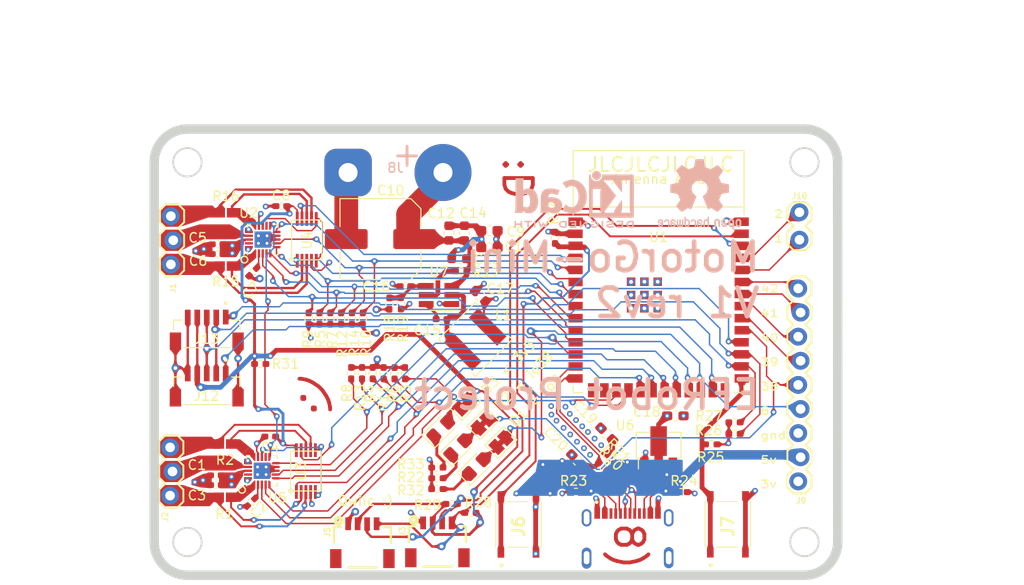
<source format=kicad_pcb>
(kicad_pcb (version 20221018) (generator pcbnew)
  (layers (0 "F.Cu" signal) (1 "In1.Cu" signal) (2 "In2.Cu" signal) (31 "B.Cu" signal) (34 "B.Paste" user) (35 "F.Paste" user) (36 "B.SilkS" user "B.Silkscreen") (37 "F.SilkS" user "F.Silkscreen") (38 "B.Mask" user) (39 "F.Mask" user) (44 "Edge.Cuts" user))
  (net 0 "")
  (net 5 "+BATT")
  (net 6 "GND")
  (net 7 "Net-(U5-VCP)")
  (net 8 "+3.3V")
  (net 9 "Net-(U2-VCP)")
  (net 10 "Net-(U2-V)")
  (net 11 "Net-(U2-W)")
  (net 12 "/motor_controls1/motor_fault_detect")
  (net 13 "Net-(U2-1.8v_out)")
  (net 14 "Net-(U2-U)")
  (net 15 "Net-(U3-in-1)")
  (net 16 "Net-(U3-in+1)")
  (net 17 "Net-(U3-ref_1)")
  (net 18 "Net-(U3-in+2)")
  (net 19 "Net-(U3-in-2)")
  (net 20 "Net-(U4-in+1)")
  (net 21 "Net-(U5-V)")
  (net 22 "/motor_controls/standby")
  (net 23 "/motor_controls/motor_fault_detect")
  (net 25 "+5V")
  (net 26 "Net-(C11-Pad2)")
  (net 27 "Net-(U7-SW)")
  (net 28 "Net-(U7-VBST)")
  (net 29 "Net-(U7-VFB)")
  (net 30 "usb_d-")
  (net 31 "usb_d+")
  (net 32 "m1_enc_cs")
  (net 33 "m2_enc_cs")
  (net 34 "m2_uh")
  (net 35 "m2_ul")
  (net 36 "m2_vh")
  (net 37 "m2_vl")
  (net 38 "m2_wh")
  (net 39 "m2_wl")
  (net 40 "m1_uh")
  (net 41 "m1_ul")
  (net 42 "m1_vh")
  (net 43 "m1_vl")
  (net 44 "m1_wh")
  (net 45 "m1_wl")
  (net 46 "Net-(U7-EN)")
  (net 47 "Net-(J11-CC1)")
  (net 48 "Net-(J11-DP1)")
  (net 49 "Net-(J11-DN1)")
  (net 51 "Net-(J11-CC2)")
  (net 52 "Net-(U1-GPIO0{slash}BOOT)")
  (net 53 "Net-(U1-EN)")
  (net 54 "m2_current_sense_u")
  (net 55 "m2_current_sense_w")
  (net 56 "Net-(J9-Pin_6)")
  (net 57 "Net-(J10-Pin_1)")
  (net 58 "Net-(J10-Pin_2)")
  (net 59 "m1_current_sense_w")
  (net 60 "m1_current_sense_u")
  (net 62 "Net-(U4-in+2)")
  (net 63 "enc_scl")
  (net 65 "enc_sda")
  (net 66 "sda")
  (net 67 "scl")
  (net 68 "gpio8")
  (net 69 "gpio38")
  (net 70 "Net-(D2-K)")
  (net 71 "Net-(D1-K)")
  (net 72 "Net-(D1-A)")
  (net 73 "Net-(D2-A)")
  (net 74 "Net-(D3-K)")
  (net 75 "Net-(D3-A)")
  (net 79 "Net-(J9-Pin_9)")
  (net 80 "Net-(J9-Pin_8)")
  (net 81 "Net-(J9-Pin_7)")
  (footprint "Capacitor_SMD:C_0402_1005Metric_Pad0.74x0.62mm_HandSolder" (layer "F.Cu") (at 124.702997 88.81574 -135)
    (fp_text reference "C2")
    (fp_text value "10NF-0603-50V-10%" hide)
  )
  (footprint "Resistor_SMD:R_0402_1005Metric_Pad0.72x0.64mm_HandSolder" (layer "F.Cu") (at 135.331749 69.463466 90)
    (fp_text reference "R14")
    (fp_text value "1K")
  )
  (footprint "Jumper:SolderJumper-2_P1.3mm_Bridged_Pad1.0x1.5mm" (layer "F.Cu") (at 151.025888 82.516393 45)
    (fp_text reference "JP1" hide)
    (fp_text value "SolderJumper_2_Bridged")
  )
  (footprint "aaa_motorgo_components:INA2181_VSSOP_10" (layer "F.Cu") (at 130.570599 61.1704 90)
    (fp_text reference "U4")
    (fp_text value "INA2181")
  )
  (footprint "aaa_trinamic:TMC6300 3x3mm" (layer "F.Cu") (at 125.9316 61.1364 90)
    (fp_text reference "U2")
    (fp_text value "TMC6300")
  )
  (footprint "Resistor_SMD:R_0402_1005Metric_Pad0.72x0.64mm_HandSolder" (layer "F.Cu") (at 133.052632 69.460817 90)
    (fp_text reference "R7")
    (fp_text value "1K")
  )
  (footprint "LED_SMD:LED_0805_2012Metric_Pad1.15x1.40mm_HandSolder" (layer "F.Cu") (at 148.430395 85.053911 45)
    (fp_text reference "D1 < io8")
    (fp_text value "LED")
  )
  (footprint "Resistor_SMD:R_0402_1005Metric_Pad0.72x0.64mm_HandSolder" (layer "F.Cu") (at 161.779057 85.052672 -45)
    (fp_text reference "R20")
    (fp_text value "0")
  )
  (footprint "aaa_motorgo_components:INA2181_VSSOP_10" (layer "F.Cu") (at 130.479524 85.526458 90)
    (fp_text reference "U3")
    (fp_text value "INA2181")
  )
  (footprint "Resistor_SMD:R_0402_1005Metric_Pad0.72x0.64mm_HandSolder" (layer "F.Cu") (at 173.183968 82.714817 180)
    (fp_text reference "R25")
    (fp_text value "5k1")
  )
  (footprint "Resistor_SMD:R_0402_1005Metric_Pad0.72x0.64mm_HandSolder" (layer "F.Cu") (at 146.84 64.472)
    (fp_text reference "R17")
    (fp_text value "54.9k")
  )
  (footprint "Resistor_SMD:R_0402_1005Metric_Pad0.72x0.64mm_HandSolder" (layer "F.Cu") (at 144.3276 85.160104 180)
    (fp_text reference "R33")
    (fp_text value "1k")
  )
  (footprint "Capacitor_SMD:C_0402_1005Metric_Pad0.74x0.62mm_HandSolder" (layer "F.Cu") (at 121.1844 62.664)
    (fp_text reference "C6")
    (fp_text value "10NF" hide)
  )
  (footprint "LED_SMD:LED_0805_2012Metric_Pad1.15x1.40mm_HandSolder" (layer "F.Cu") (at 144.688873 81.098995 45)
    (fp_text reference "D3 < 3v3")
    (fp_text value "LED")
  )
  (footprint "Inductor_SMD:L_Changjiang_FNR5020S" (layer "F.Cu") (at 148.325358 71.657369 -135)
    (fp_text reference "L1")
    (fp_text value "SRP3212A-4R7M")
  )
  (footprint "aaa_SamacSys_Parts:RESC1608X55N" (layer "F.Cu") (at 121.952301 88.288832 180)
    (fp_text reference "R1")
    (fp_text value "R_Shunt_US" hide)
  )
  (footprint "Resistor_SMD:R_0402_1005Metric_Pad0.72x0.64mm_HandSolder" (layer "F.Cu") (at 144.335158 86.282843 180)
    (fp_text reference "R22")
    (fp_text value "1k")
  )
  (footprint "SnapEDA Library:JST_BM05B-SRSS-TB_LF__SN_" (layer "F.Cu") (at 120.035 77.825 180)
    (fp_text reference "J12")
    (fp_text value "BM05B-SRSS-TB_LF__SN_")
  )
  (footprint "Resistor_SMD:R_0402_1005Metric_Pad0.72x0.64mm_HandSolder" (layer "F.Cu") (at 131.909969 69.464389 90)
    (fp_text reference "R5")
    (fp_text value "1K")
  )
  (footprint "Resistor_SMD:R_0402_1005Metric_Pad0.72x0.64mm_HandSolder" (layer "F.Cu") (at 170.044956 87.745727 180)
    (fp_text reference "R24")
    (fp_text value "5k1")
  )
  (footprint "Jumper:SolderJumper-2_P1.3mm_Bridged_Pad1.0x1.5mm" (layer "F.Cu") (at 147.211403 78.479487 45)
    (fp_text reference "JP3" hide)
    (fp_text value "SolderJumper_2_Bridged")
  )
  (footprint "Resistor_SMD:R_0402_1005Metric_Pad0.72x0.64mm_HandSolder" (layer "F.Cu") (at 162.603569 84.194141 -45)
    (fp_text reference "R21")
    (fp_text value "0")
  )
  (footprint "Resistor_SMD:R_0402_1005Metric_Pad0.72x0.64mm_HandSolder" (layer "F.Cu") (at 140.485388 67.860515 90)
    (fp_text reference "R19")
    (fp_text value "54.9k")
  )
  (footprint "aa_sparkfun_connectors:1X04_1MM_RA" (layer "F.Cu") (at 136.43052 91.07568)
    (fp_text reference "J5")
    (fp_text value "I2C_STANDARDQWIIC" hide)
  )
  (footprint "Capacitor_SMD:C_0603_1608Metric" (layer "F.Cu") (at 146.614073 63.148198)
    (fp_text reference "C13")
    (fp_text value "10uF")
  )
  (footprint "aaa_SamacSys_Parts:PTS526SM08SMTR2LFS" (layer "F.Cu") (at 174.934 91.138 90)
    (fp_text reference "J7")
    (fp_text value "~" hide)
  )
  (footprint "Capacitor_SMD:C_0402_1005Metric_Pad0.74x0.62mm_HandSolder" (layer "F.Cu") (at 121.1824 61.6436 180)
    (fp_text reference "C5")
    (fp_text value "10NF-0603-50V-10%" hide)
  )
  (footprint "Resistor_SMD:R_0402_1005Metric_Pad0.72x0.64mm_HandSolder" (layer "F.Cu") (at 130.769483 69.467106 90)
    (fp_text reference "R9")
    (fp_text value "1K")
  )
  (footprint "aaa_espressif_github:ESP32-S3-WROOM-1" (layer "F.Cu") (at 167.64 67.52)
    (fp_text reference "U1")
    (fp_text value "ESP32-S3-WROOM-1")
  )
  (footprint "Resistor_SMD:R_0402_1005Metric_Pad0.72x0.64mm_HandSolder" (layer "F.Cu") (at 136.472512 69.461331 90)
    (fp_text reference "R10")
    (fp_text value "1K")
  )
  (footprint "Resistor_SMD:R_0402_1005Metric_Pad0.72x0.64mm_HandSolder" (layer "F.Cu") (at 158.932661 87.723495)
    (fp_text reference "R23")
    (fp_text value "5k1")
  )
  (footprint "Resistor_SMD:R_0402_1005Metric_Pad0.72x0.64mm_HandSolder" (layer "F.Cu") (at 138.669287 75.214236 -90)
    (fp_text reference "R11")
    (fp_text value "1K")
  )
  (footprint "Resistor_SMD:R_0402_1005Metric_Pad0.72x0.64mm_HandSolder" (layer "F.Cu") (at 140.923006 75.214927 -90)
    (fp_text reference "R3")
    (fp_text value "1K")
  )
  (footprint "Resistor_SMD:R_0402_1005Metric_Pad0.72x0.64mm_HandSolder" (layer "F.Cu") (at 175.633036 80.395264)
    (fp_text reference "R27")
    (fp_text value "5k1")
  )
  (footprint "Resistor_SMD:R_0402_1005Metric_Pad0.72x0.64mm_HandSolder" (layer "F.Cu") (at 175.632364 81.603353)
    (fp_text reference "R26")
    (fp_text value "5k1")
  )
  (footprint "Capacitor_SMD:C_0402_1005Metric_Pad0.74x0.62mm_HandSolder" (layer "F.Cu") (at 120.99839 85.977162 180)
    (fp_text reference "C1")
    (fp_text value "10NF-0603-50V-10%" hide)
  )
  (footprint "Capacitor_SMD:C_0603_1608Metric_Pad1.08x0.95mm_HandSolder" (layer "F.Cu") (at 159.112541 84.436541 135)
    (fp_text reference "C20")
    (fp_text value "DNP")
  )
  (footprint "Capacitor_SMD:C_0402_1005Metric_Pad0.74x0.62mm_HandSolder" (layer "F.Cu") (at 121.00319 87.000768)
    (fp_text reference "C3")
    (fp_text value "10NF" hide)
  )
  (footprint "Capacitor_SMD:C_0603_1608Metric_Pad1.08x0.95mm_HandSolder" (layer "F.Cu") (at 169.402 79.712)
    (fp_text reference "C18")
    (fp_text value "22uF")
  )
  (footprint "aaa_SamacSys_Parts:PTS526SM08SMTR2LFS" (layer "F.Cu") (at 152.874197 91.152726 90)
    (fp_text reference "J6")
    (fp_text value "~" hide)
  )
  (footprint "aa_sparkfun_connectors:1X03_LOCK" (layer "F.Cu") (at 116.301213 88.112054 90)
    (fp_text reference "J2")
    (fp_text value "CONN_03POLAR_LOCK" hide)
  )
  (footprint "aaa_SamacSys_Parts:RESC1608X55N" (layer "F.Cu") (at 121.966183 82.673249 180)
    (fp_text reference "R2")
    (fp_text value "R_Shunt_US" hide)
  )
  (footprint "Resistor_SMD:R_0402_1005Metric_Pad0.72x0.64mm_HandSolder" (layer "F.Cu") (at 136.395397 75.206428 -90)
    (fp_text reference "R13")
    (fp_text value "1K")
  )
  (footprint "Package_TO_SOT_SMD:SOT-23-6_Handsoldering" (layer "F.Cu") (at 144.506 66.984001 180)
    (fp_text reference "U7")
    (fp_text value "TPS562208")
  )
  (footprint "Capacitor_SMD:C_0402_1005Metric_Pad0.74x0.62mm_HandSolder" (layer "F.Cu") (at 127.898016 57.615537 180)
    (fp_text reference "C8")
    (fp_text value "0.1UF" hide)
  )
  (footprint "aa_sparkfun_connectors:1X04_1MM_RA" (layer "F.Cu") (at 144.332773 90.985775)
    (fp_text reference "J3")
    (fp_text value "I2C_STANDARDQWIIC" hide)
  )
  (footprint "aaa_motorgo_components:GCT_USB4520-03-0-A_REVA" (layer "F.Cu") (at 164.37 95.15)
    (fp_text reference "J11" hide)
    (fp_text value "USB4520-03-0-A_REVA")
    (fp_circle (center -2.886617 -4.101065) (end -2.586617 -4.101065) (stroke (width 0.01)) (fill none) (layer "Edge.Cuts"))
    (fp_circle (center 2.89 -4.1) (end 3.19 -4.1) (stroke (width 0.01)) (fill none) (layer "Edge.Cuts"))
  )
  (footprint "aa_sparkfun_connectors:1X02_LOCK" (layer "F.Cu") (at 182.475 60.98 90)
    (fp_text reference "J10")
    (fp_text value "Conn_01x02_Pin" hide)
  )
  (footprint "Capacitor_SMD:C_0603_1608Metric" (layer "F.Cu") (at 147.186 60.456 -90)
    (fp_text reference "C14")
    (fp_text value ".1uF")
  )
  (footprint "Resistor_SMD:R_0402_1005Metric_Pad0.72x0.64mm_HandSolder" (layer "F.Cu") (at 145.83765 88.987791)
    (fp_text reference "R29")
    (fp_text value "5k1")
  )
  (footprint "Resistor_SMD:R_0402_1005Metric_Pad0.72x0.64mm_HandSolder" (layer "F.Cu") (at 125.669969 74.246958)
    (fp_text reference "R31")
    (fp_text value "5k1")
  )
  (footprint "SnapEDA Library:JST_BM05B-SRSS-TB_LF__SN_" (layer "F.Cu") (at 120.03757 71.826563 180)
    (fp_text reference "J13")
    (fp_text value "BM05B-SRSS-TB_LF__SN_")
  )
  (footprint "Resistor_SMD:R_0402_1005Metric_Pad0.72x0.64mm_HandSolder" (layer "F.Cu") (at 156.723042 60.951969 -90)
    (fp_text reference "R30")
    (fp_text value "5k1")
  )
  (footprint "aaa_SamacSys_Parts:RESC1608X55N" (layer "F.Cu") (at 122.042299 63.932415 180)
    (fp_text reference "R15")
    (fp_text value "R_Shunt_US" hide)
  )
  (footprint "Capacitor_SMD:C_Elec_8x10.2" (layer "F.Cu") (at 138.335605 61.085748 180)
    (fp_text reference "C10")
    (fp_text value "220uF")
  )
  (footprint "Jumper:SolderJumper-2_P1.3mm_Bridged_Pad1.0x1.5mm" (layer "F.Cu") (at 149.142435 80.51573 45)
    (fp_text reference "JP2" hide)
    (fp_text value "SolderJumper_2_Bridged")
  )
  (footprint "Capacitor_SMD:C_0603_1608Metric" (layer "F.Cu") (at 148.837681 67.110309 135)
    (fp_text reference "C17")
    (fp_text value "10uF")
  )
  (footprint "Capacitor_SMD:C_0603_1608Metric_Pad1.08x0.95mm_HandSolder" (layer "F.Cu") (at 162.181754 81.621328 135)
    (fp_text reference "C19")
    (fp_text value "DNP")
  )
  (footprint "Resistor_SMD:R_0402_1005Metric_Pad0.72x0.64mm_HandSolder" (layer "F.Cu") (at 139.819775 75.224444 -90)
    (fp_text reference "R6")
    (fp_text value "1K")
  )
  (footprint "LED_SMD:LED_0805_2012Metric_Pad1.15x1.40mm_HandSolder" (layer "F.Cu") (at 146.472836 83.056618 45)
    (fp_text reference "D2 < io38")
    (fp_text value "LED")
  )
  (footprint "Resistor_SMD:R_0402_1005Metric_Pad0.72x0.64mm_HandSolder" (layer "F.Cu") (at 144.326963 87.422886 180)
    (fp_text reference "R32")
    (fp_text value "1k")
  )
  (footprint "Capacitor_SMD:C_0402_1005Metric_Pad0.74x0.62mm_HandSolder" (layer "F.Cu") (at 140.97 66.046001)
    (fp_text reference "C16")
    (fp_text value ".1uF")
  )
  (footprint "Capacitor_SMD:C_0603_1608Metric" (layer "F.Cu") (at 145.546 60.456001 -90)
    (fp_text reference "C12")
    (fp_text value "10uF")
  )
  (footprint "Capacitor_SMD:C_0603_1608Metric_Pad1.08x0.95mm_HandSolder" (layer "F.Cu") (at 149.814 61.998 180)
    (fp_text reference "C11")
    (fp_text value "22uF")
  )
  (footprint "Resistor_SMD:R_0402_1005Metric_Pad0.72x0.64mm_HandSolder" (layer "F.Cu") (at 134.19294 69.461909 90)
    (fp_text reference "R12")
    (fp_text value "1K")
  )
  (footprint "Capacitor_SMD:C_0603_1608Metric_Pad1.08x0.95mm_HandSolder" (layer "F.Cu") (at 149.814 60.19 180)
    (fp_text reference "C9")
    (fp_text value "22uF")
  )
  (footprint "Capacitor_SMD:C_0402_1005Metric_Pad0.74x0.62mm_HandSolder" (layer "F.Cu") (at 124.889332 64.54692 -135)
    (fp_text reference "C7")
    (fp_text value "10NF-0603-50V-10%" hide)
  )
  (footprint "aaa_SamacSys_Parts:RESC1608X55N" (layer "F.Cu") (at 122.057923 58.313966 180)
    (fp_text reference "R16")
    (fp_text value "R_Shunt_US" hide)
  )
  (footprint "aaa_trinamic:TMC6300 3x3mm" (layer "F.Cu") (at 125.839938 85.494093 90)
    (fp_text reference "U5")
    (fp_text value "TMC6300")
  )
  (footprint "Resistor_SMD:R_0402_1005Metric_Pad0.72x0.64mm_HandSolder" (layer "F.Cu") (at 147.81175 89.929808 180)
    (fp_text reference "R28")
    (fp_text value "5k1")
  )
  (footprint "aa_sparkfun_connectors:1X03_LOCK" (layer "F.Cu") (at 116.384 63.754 90)
    (fp_text reference "J1")
    (fp_text value "CONN_03POLAR_LOCK" hide)
  )
  (footprint "Resistor_SMD:R_0402_1005Metric_Pad0.72x0.64mm_HandSolder" (layer "F.Cu") (at 135.252962 75.208475 -90)
    (fp_text reference "R8")
    (fp_text value "1K")
  )
  (footprint "Capacitor_SMD:C_0402_1005Metric_Pad0.74x0.62mm_HandSolder" (layer "F.Cu") (at 144.772 69.528 180)
    (fp_text reference "C15")
    (fp_text value ".1uF")
  )
  (footprint "aa_sparkfun_connectors:1X09_LOCK" (layer "F.Cu") (at 182.471 86.61 90)
    (fp_text reference "J9")
    (fp_text value "Conn_01x09_Pin" hide)
  )
  (footprint "Package_TO_SOT_SMD:SOT-89-3" (layer "F.Cu") (at 167.640001 82.804 90)
    (fp_text reference "U6")
    (fp_text value "AZ1117C")
  )
  (footprint "Capacitor_SMD:C_0402_1005Metric_Pad0.74x0.62mm_HandSolder" (layer "F.Cu") (at 126.7249 81.891401 180)
    (fp_text reference "C4")
    (fp_text value "0.1UF" hide)
  )
  (footprint "Resistor_SMD:R_0402_1005Metric_Pad0.72x0.64mm_HandSolder" (layer "F.Cu") (at 139.274867 67.883996 90)
    (fp_text reference "R18")
    (fp_text value "10k")
  )
  (footprint "Resistor_SMD:R_0402_1005Metric_Pad0.72x0.64mm_HandSolder" (layer "F.Cu") (at 137.516133 75.209531 -90)
    (fp_text reference "R4")
    (fp_text value "1K")
  )
  (footprint "Symbol:KiCad-Logo2_5mm_SilkScreen" (layer "B.Cu") (at 158.75 56.896 180)
    (fp_text reference "REF**" hide)
    (fp_text value "KiCad-Logo2_5mm_SilkScreen" hide)
  )
  (footprint "Symbol:OSHW-Logo2_9.8x8mm_SilkScreen" (layer "B.Cu") (at 171.958 56.388 180)
    (fp_text reference "REF**" hide)
    (fp_text value "OSHW-Logo2_9.8x8mm_SilkScreen" hide)
  )
  (footprint "aaa_motorgo_components:xt30" (layer "B.Cu") (at 139.92442 54.075621 180)
    (fp_text reference "J8")
    (fp_text value "~")
  )
  (gr_circle (center 124 63.25) (end 124.25 63.5) (stroke (width 0.15)) (fill none) (layer "F.SilkS"))
  (gr_circle (center 123.75 87.5) (end 124 87.75) (stroke (width 0.15)) (fill none) (layer "F.SilkS"))
  (gr_arc (start 118 96.5) (mid 115.525127 95.474874) (end 114.5 93) (stroke (width 1)) (layer "Edge.Cuts"))
  (gr_circle locked (center 183 93) (end 184.5 93) (stroke (width 0.2)) (fill none) (layer "Edge.Cuts"))
  (gr_line (start 186.5 53) (end 186.51 92.98) (stroke (width 1)) (layer "Edge.Cuts"))
  (gr_arc (start 186.51 92.98) (mid 185.479016 95.469015) (end 182.99 96.5) (stroke (width 1)) (layer "Edge.Cuts"))
  (gr_arc (start 114.5 53) (mid 115.525126 50.525127) (end 118 49.5) (stroke (width 1)) (layer "Edge.Cuts"))
  (gr_line (start 118 49.5) (end 183 49.5) (stroke (width 1)) (layer "Edge.Cuts"))
  (gr_circle locked (center 118 93) (end 119.5 93) (stroke (width 0.2)) (fill none) (layer "Edge.Cuts"))
  (gr_line (start 182.9816 96.5) (end 170.54 96.5) (stroke (width 1)) (layer "Edge.Cuts"))
  (gr_circle locked (center 118 53) (end 119.5 53) (stroke (width 0.2)) (fill none) (layer "Edge.Cuts"))
  (gr_circle locked (center 183 53) (end 184.5 53) (stroke (width 0.2)) (fill none) (layer "Edge.Cuts"))
  (gr_arc (start 183 49.5) (mid 185.474873 50.525126) (end 186.5 53) (stroke (width 1)) (layer "Edge.Cuts"))
  (gr_line (start 118 96.5) (end 170.54 96.5) (stroke (width 1)) (layer "Edge.Cuts"))
  (gr_line (start 114.5 53) (end 114.5 93) (stroke (width 1)) (layer "Edge.Cuts"))
  (gr_text "8)" (at 162.75 90.75 270) (layer "F.Cu") (effects (font (size 3 3) (thickness 0.4)) (justify left bottom)))
  (gr_text ":)" (at 131 80 45) (layer "F.Cu") (effects (font (size 3 3) (thickness 0.4)) (justify left bottom)))
  (gr_text ":D" (at 151 52.25 270) (layer "F.Cu") (effects (font (size 3 3) (thickness 0.4)) (justify left bottom)))
  (gr_text "MotorGo-Mini\nV1 rev2\n\nEFRobot Project" (at 178.562 79.248) (layer "B.SilkS") (effects (font (size 3 3) (thickness 0.5) bold) (justify left bottom mirror)))
  (gr_text "JLCJLCJLCJLC" (at 160.02 54.102) (layer "F.SilkS") (effects (font (size 1.5 1.5) (thickness 0.2) bold) (justify left bottom)))
  (gr_text "42\n\n41\n\n40\n\n39\n\n38\n\n8\n\ngnd\n\n5v\n\n3v" (at 178.274433 87.392584) (layer "F.SilkS") (effects (font (size 0.8 1) (thickness 0.15) bold) (justify left bottom)))
  (gr_text "Qwiic ;)" (at 133.75 89.25) (layer "F.SilkS") (effects (font (size 1 1)) (justify left bottom)))
  (gr_text "2\n\n1" (at 179.700245 61.498338) (layer "F.SilkS") (effects (font (size 0.8 1) (thickness 0.15) bold) (justify left bottom)))
  (segment (start 141.25 58.500041) (end 144.92442 54.825621) (width 2.5) (layer "F.Cu") (net 5))
  (segment (start 145.856 66.034001) (end 146.311 66.034001) (width 0.5) (layer "F.Cu") (net 5))
  (segment (start 123.535134 89.300134) (end 123.579618 89.25565) (width 0.3) (layer "F.Cu") (net 5))
  (segment (start 124.588049 64.898049) (end 124.588049 64.848203) (width 0.25) (layer "F.Cu") (net 5))
  (segment (start 124.94 65.25) (end 124.588049 64.898049) (width 0.3) (layer "F.Cu") (net 5))
  (segment (start 147.4375 64.907501) (end 147.4375 64.472) (width 0.5) (layer "F.Cu") (net 5))
  (segment (start 147.75 62) (end 147.75 64.1595) (width 0.5) (layer "F.Cu") (net 5))
  (segment (start 125.6245 65.25) (end 124.94 65.25) (width 0.3) (layer "F.Cu") (net 5))
  (segment (start 141.773501 61.273501) (end 147.023501 61.273501) (width 0.5) (layer "F.Cu") (net 5))
  (segment (start 124.498051 89.25565) (end 124.498051 89.205804) (width 0.25) (layer "F.Cu") (net 5))
  (segment (start 141.25 60.75) (end 141.773501 61.273501) (width 0.5) (layer "F.Cu") (net 5))
  (segment (start 147.023501 61.273501) (end 147.75 62) (width 0.5) (layer "F.Cu") (net 5))
  (segment (start 146.311 66.034001) (end 147.4375 64.907501) (width 0.5) (layer "F.Cu") (net 5))
  (segment (start 123.579618 89.25565) (end 124.498051 89.25565) (width 0.3) (layer "F.Cu") (net 5))
  (segment (start 141.25 60.75) (end 141.25 58.500041) (width 2.5) (layer "F.Cu") (net 5))
  (segment (start 147.75 64.1595) (end 147.4375 64.472) (width 0.5) (layer "F.Cu") (net 5))
  (via (at 122.642802 86.943201) (size 0.6) (drill 0.3) (layers "F.Cu" "B.Cu") (net 5))
  (via (at 125.6245 65.25) (size 0.8) (drill 0.4) (layers "F.Cu" "B.Cu") (net 5))
  (via (at 123.535134 89.300134) (size 0.6) (drill 0.3) (layers "F.Cu" "B.Cu") (net 5))
  (via (at 122.7328 62.5856) (size 0.6) (drill 0.3) (layers "F.Cu" "B.Cu") (net 5))
  (via (at 122.7328 61.7728) (size 0.6) (drill 0.3) (layers "F.Cu" "B.Cu") (net 5))
  (via (at 122.642802 86.130401) (size 0.6) (drill 0.3) (layers "F.Cu" "B.Cu") (net 5))
  (segment (start 130.769483 70.064606) (end 130.775258 70.058831) (width 0.2) (layer "F.Cu") (net 6))
  (segment (start 142.7734 90.932) (end 142.556 90.932) (width 0.3) (layer "F.Cu") (net 6))
  (segment (start 132.95694 63.54306) (end 132.1286 64.3714) (width 0.152) (layer "F.Cu") (net 6))
  (segment (start 176.784 88.616) (end 177.8 87.6) (width 0.5) (layer "F.Cu") (net 6))
  (segment (start 130.775258 70.058831) (end 136.472512 70.058831) (width 0.3) (layer "F.Cu") (net 6))
  (segment (start 161.17 88.526) (end 161.036 88.392) (width 0.3) (layer "F.Cu") (net 6))
  (segment (start 159.76 59.26) (end 158.89 59.26) (width 0.3) (layer "F.Cu") (net 6))
  (segment (start 134.735605 60.75) (end 134.735605 54.264436) (width 2.5) (layer "F.Cu") (net 6))
  (segment (start 116.735 74.676) (end 117.411 74.676) (width 0.25) (layer "F.Cu") (net 6))
  (segment (start 167.57 89.77) (end 167.57 88.462) (width 0.5) (layer "F.Cu") (net 6))
  (segment (start 134.93192 90.559383) (end 135.689493 89.80181) (width 0.25) (layer "F.Cu") (net 6))
  (segment (start 137.516133 74.612031) (end 137.637969 74.612031) (width 0.3) (layer "F.Cu") (net 6))
  (segment (start 116.735 74.676) (end 116.735 77.825) (width 0.25) (layer "F.Cu") (net 6))
  (segment (start 171.45 87.884) (end 171.311727 87.745727) (width 0.152) (layer "F.Cu") (net 6))
  (segment (start 138 73.75) (end 138 74.25) (width 0.3) (layer "F.Cu") (net 6))
  (segment (start 171.311727 87.745727) (end 170.642456 87.745727) (width 0.152) (layer "F.Cu") (net 6))
  (segment (start 117.411 74.676) (end 118.035 75.3) (width 0.25) (layer "F.Cu") (net 6))
  (segment (start 138 74.25) (end 138 74.128164) (width 0.3) (layer "F.Cu") (net 6))
  (segment (start 123.33757 77.82243) (end 123.335 77.825) (width 0.25) (layer "F.Cu") (net 6))
  (segment (start 138 74.128164) (end 138 73.75) (width 0.3) (layer "F.Cu") (net 6))
  (segment (start 125.301405 82.61876) (end 125.301405 83.451778) (width 0.152) (layer "F.Cu") (net 6))
  (segment (start 125.5316 59.6864) (end 125.5316 58.6184) (width 0.152) (layer "F.Cu") (net 6))
  (segment (start 174.8 59.2) (end 176.33 59.2) (width 0.3) (layer "F.Cu") (net 6))
  (segment (start 118.03757 75.29743) (end 118.035 75.3) (width 0.25) (layer "F.Cu") (net 6))
  (segment (start 144.55998 67.8755) (end 144.618481 67.934001) (width 0.2) (layer "F.Cu") (net 6))
  (segment (start 136.5 70.086319) (end 136.5 70.5) (width 0.3) (layer "F.Cu") (net 6))
  (segment (start 125.5316 58.6184) (end 125.73 58.42) (width 0.152) (layer "F.Cu") (net 6))
  (segment (start 148.436398 66.599602) (end 148.436398 66.959026) (width 0.3) (layer "F.Cu") (net 6))
  (segment (start 176.784 94.138) (end 176.784 88.616) (width 0.5) (layer "F.Cu") (net 6))
  (segment (start 137.637969 74.612031) (end 138 74.25) (width 0.3) (layer "F.Cu") (net 6))
  (segment (start 134.93192 91.07568) (end 134.93192 90.559383) (width 0.25) (layer "F.Cu") (net 6))
  (segment (start 176.33 59.2) (end 176.39 59.26) (width 0.3) (layer "F.Cu") (net 6))
  (segment (start 134.735605 54.264436) (end 134.92442 54.075621) (width 1) (layer "F.Cu") (net 6))
  (segment (start 144.618481 67.934001) (end 145.856 67.934001) (width 0.2) (layer "F.Cu") (net 6))
  (segment (start 130.980601 88.879401) (end 130.980601 87.728001) (width 0.152) (layer "F.Cu") (net 6))
  (segment (start 125.430041 82.61876) (end 126.1574 81.891401) (width 0.25) (layer "F.Cu") (net 6))
  (segment (start 132.1286 64.3714) (end 131.32385 64.3714) (width 0.152) (layer "F.Cu") (net 6))
  (segment (start 154.724197 94.152726) (end 154.686 94.234) (width 0.5) (layer "F.Cu") (net 6))
  (segment (start 126.539938 85.094093) (end 126.389938 84.944093) (width 0.152) (layer "F.Cu") (net 6))
  (segment (start 126.6316 60.7364) (end 126.4816 60.5864) (width 0.152) (layer "F.Cu") (net 6))
  (segment (start 143.729463 84.529463) (end 143.5 84.3) (width 0.3) (layer "F.Cu") (net 6))
  (segment (start 154.724197 89.261803) (end 154.724197 88.152726) (width 0.5) (layer "F.Cu") (net 6))
  (segment (start 137.9 68.5) (end 139.256363 68.5) (width 0.152) (layer "F.Cu") (net 6))
  (segment (start 116.73757 74.67343) (end 116.73757 71.826563) (width 0.25) (layer "F.Cu") (net 6))
  (segment (start 140.916553 74.610976) (end 138 74.610975) (width 0.3) (layer "F.Cu") (net 6))
  (segment (start 167.57 88.462) (end 167.64 88.392) (width 0.3) (layer "F.Cu") (net 6))
  (segment (start 127.289938 85.094093) (end 126.539938 85.094093) (width 0.152) (layer "F.Cu") (net 6))
  (segment (start 138 74.25) (end 138.25 74.5) (width 0.3) (layer "F.Cu") (net 6))
  (segment (start 149.25 65.786) (end 148.436398 66.599602) (width 0.3) (layer "F.Cu") (net 6))
  (segment (start 136.9755 70.9755) (end 137.9 70.9755) (width 0.3) (layer "F.Cu") (net 6))
  (segment (start 127.330516 57.615537) (end 126.280463 57.615537) (width 0.25) (layer "F.Cu") (net 6))
  (segment (start 116.735 74.676) (end 116.73757 74.67343) (width 0.25) (layer "F.Cu") (net 6))
  (segment (start 160.2 59.7) (end 159.76 59.26) (width 0.3) (layer "F.Cu") (net 6))
  (segment (start 125.301405 82.61876) (end 125.430041 82.61876) (width 0.25) (layer "F.Cu") (net 6))
  (segment (start 161.17 89.77) (end 161.17 88.526) (width 0.5) (layer "F.Cu") (net 6))
  (segment (start 127.289938 85.494093) (end 125.839938 85.494093) (width 0.152) (layer "F.Cu") (net 6))
  (segment (start 131.32385 64.3714) (end 131.070599 64.118149) (width 0.152) (layer "F.Cu") (net 6))
  (segment (start 131.1148 89.0136) (end 130.980601 88.879401) (width 0.152) (layer "F.Cu") (net 6))
  (segment (start 157.48 87.884) (end 157.640505 87.723495) (width 0.152) (layer "F.Cu") (net 6))
  (segment (start 126.280463 57.615537) (end 126.238 57.658) (width 0.25) (layer "F.Cu") (net 6))
  (segment (start 154.686 89.3) (end 154.724197 89.261803) (width 0.5) (layer "F.Cu") (net 6))
  (segment (start 143.819499 87.431) (end 143.819 87.431) (width 0.2) (layer "F.Cu") (net 6))
  (segment (start 142.556 90.932) (end 141.524 89.9) (width 0.3) (layer "F.Cu") (net 6))
  (segment (start 138 74.610975) (end 138 74.25) (width 0.3) (layer "F.Cu") (net 6))
  (segment (start 143.729463 87.422886) (end 143.729463 84.529463) (width 0.3) (layer "F.Cu") (net 6))
  (segment (start 127.3816 60.7364) (end 126.6316 60.7364) (width 0.152) (layer "F.Cu") (net 6))
  (segment (start 130.769483 71.269483) (end 131 71.5) (width 0.2) (layer "F.Cu") (net 6))
  (segment (start 124.4916 62.0984) (end 124.4016 62.1884) (width 0.152) (layer "F.Cu") (net 6))
  (segment (start 166.274001 84.62) (end 166.140001 84.754) (width 0.3) (layer "F.Cu") (net 6))
  (segment (start 118.03757 69.301563) (end 118.03757 75.29743) (width 0.25) (layer "F.Cu") (net 6))
  (segment (start 143.819 87.431) (end 143.764 87.376) (width 0.2) (layer "F.Cu") (net 6))
  (segment (start 130.769483 70.064606) (end 130.769483 71.269483) (width 0.2) (layer "F.Cu") (net 6))
  (segment (start 136.472512 70.058831) (end 136.5 70.086319) (width 0.3) (layer "F.Cu") (net 6))
  (segment (start 166.274001 83.5636) (end 166.274001 84.62) (width 0.3) (layer "F.Cu") (net 6))
  (segment (start 131.070599 64.118149) (end 131.070599 63.3704) (width 0.152) (layer "F.Cu") (net 6))
  (segment (start 136.5 70.5) (end 136.9755 70.9755) (width 0.3) (layer "F.Cu") (net 6))
  (segment (start 139.218504 68.481496) (end 139.274867 68.481496) (width 0.2) (layer "F.Cu") (net 6))
  (segment (start 157.640505 87.723495) (end 158.335161 87.723495) (width 0.152) (layer "F.Cu") (net 6))
  (segment (start 125.301405 83.451778) (end 125.441602 83.591975) (width 0.152) (layer "F.Cu") (net 6))
  (segment (start 123.33757 71.826563) (end 123.33757 77.82243) (width 0.25) (layer "F.Cu") (net 6))
  (segment (start 125.441602 83.591975) (end 125.441602 84.044001) (width 0.152) (layer "F.Cu") (net 6))
  (segment (start 124.401602 86.456001) (end 124.311602 86.546001) (width 0.152) (layer "F.Cu") (net 6))
  (segment (start 139.256363 68.5) (end 139.274867 68.481496) (width 0.152) (layer "F.Cu") (net 6))
  (segment (start 138 74.610975) (end 135.252962 74.610975) (width 0.3) (layer "F.Cu") (net 6))
  (segment (start 154.686 94.234) (end 154.686 89.3) (width 0.5) (layer "F.Cu") (net 6))
  (segment (start 127.3816 61.1364) (end 125.9316 61.1364) (width 0.152) (layer "F.Cu") (net 6))
  (via (at 161.544 81.026) (size 0.6) (drill 0.3) (layers "F.Cu" "B.Cu") (net 6))
  (via (at 158.32806 81.67194) (size 0.6) (drill 0.3) (layers "F.Cu" "B.Cu") (net 6))
  (via (at 166.274001 83.5636) (size 0.6) (drill 0.3) (layers "F.Cu" "B.Cu") (net 6))
  (via (at 164.74 66.98) (size 0.8) (drill 0.4) (layers "F.Cu" "B.Cu") (net 6))
  (via (at 118.782002 86.689201) (size 0.6) (drill 0.3) (layers "F.Cu" "B.Cu") (net 6))
  (via (at 154.686 94.234) (size 0.6) (drill 0.3) (layers "F.Cu" "B.Cu") (net 6))
  (via (at 164.74 68.38) (size 0.8) (drill 0.4) (layers "F.Cu" "B.Cu") (net 6))
  (via (at 161.590842 82.809158) (size 0.6) (drill 0.3) (layers "F.Cu" "B.Cu") (net 6))
  (via (at 124.4016 62.1884) (size 0.6) (drill 0.3) (layers "F.Cu" "B.Cu") (net 6))
  (via (at 116.735 74.676) (size 0.8) (drill 0.4) (layers "F.Cu" "B.Cu") (net 6))
  (via (at 157.62806 80.97194) (size 0.6) (drill 0.3) (layers "F.Cu" "B.Cu") (net 6))
  (via (at 159.044166 82.433634) (size 0.6) (drill 0.3) (layers "F.Cu" "B.Cu") (net 6))
  (via (at 166.14 65.58) (size 0.8) (drill 0.4) (layers "F.Cu" "B.Cu") (net 6))
  (via (at 159.590842 80.809158) (size 0.6) (drill 0.3) (layers "F.Cu" "B.Cu") (net 6))
  (via (at 123.33757 73.66) (size 0.8) (drill 0.4) (layers "F.Cu" "B.Cu") (net 6))
  (via (at 171.45 87.884) (size 0.6) (drill 0.3) (layers "F.Cu" "B.Cu") (net 6))
  (via (at 135.689493 89.80181) (size 0.8) (drill 0.4) (layers "F.Cu" "B.Cu") (net 6))
  (via (at 159.77806 83.12194) (size 0.6) (drill 0.3) (layers "F.Cu" "B.Cu") (net 6))
  (via (at 166.14 68.38) (size 0.8) (drill 0.4) (layers "F.Cu" "B.Cu") (net 6))
  (via (at 177.8 87.6) (size 0.6) (drill 0.3) (layers "F.Cu" "B.Cu") (net 6))
  (via (at 149.25 65.786) (size 0.6) (drill 0.3) (layers "F.Cu" "B.Cu") (net 6))
  (via (at 157.48 87.884) (size 0.6) (drill 0.3) (layers "F.Cu" "B.Cu") (net 6))
  (via (at 131 71.5) (size 0.6) (drill 0.3) (layers "F.Cu" "B.Cu") (net 6))
  (via (at 132.95694 63.54306) (size 0.6) (drill 0.3) (layers "F.Cu" "B.Cu") (net 6))
  (via (at 157.8255 78.75) (size 0.6) (drill 0.3) (layers "F.Cu" "B.Cu") (net 6))
  (via (at 124.351602 84.426001) (size 0.6) (drill 0.3) (layers "F.Cu" "B.Cu") (net 6))
  (via (at 164.735137 65.597355) (size 0.8) (drill 0.4) (layers "F.Cu" "B.Cu") (net 6))
  (via (at 156.87806 80.22194) (size 0.6) (drill 0.3) (layers "F.Cu" "B.Cu") (net 6))
  (via (at 137.9 70.9755) (size 0.8) (drill 0.4) (layers "F.Cu" "B.Cu") (net 6))
  (via (at 166.14 66.98) (size 0.8) (drill 0.4) (layers "F.Cu" "B.Cu") (net 6))
  (via (at 143.5 84.3) (size 0.6) (drill 0.3) (layers "F.Cu" "B.Cu") (net 6))
  (via (at 160.419981 83.809449) (size 0.6) (drill 0.3) (layers "F.Cu" "B.Cu") (net 6))
  (via (at 167.54 66.98) (size 0.8) (drill 0.4) (layers "F.Cu" "B.Cu") (net 6))
  (via (at 156.342637 79.578908) (size 0.6) (drill 0.3) (layers "F.Cu" "B.Cu") (net 6))
  (via (at 167.54 68.38) (size 0.8) (drill 0.4) (layers "F.Cu" "B.Cu") (net 6))
  (via (at 174.8 59.2) (size 0.8) (drill 0.4) (layers "F.Cu" "B.Cu") (net 6))
  (via (at 170.2645 79.712) (size 0.6) (drill 0.3) (layers "F.Cu" "B.Cu") (net 6))
  (via (at 141.524 89.9) (size 0.6) (drill 0.3) (layers "F.Cu" "B.Cu") (net 6))
  (via (at 119.727546 62.136006) (size 0.6) (drill 0.3) (layers "F.Cu" "B.Cu") (net 6))
  (via (at 138 73.75) (size 0.8) (drill 0.4) (layers "F.Cu" "B.Cu") (net 6))
  (via (at 158.496 83.82) (size 0.6) (drill 0.3) (layers "F.Cu" "B.Cu") (net 6))
  (via (at 124.311602 86.546001) (size 0.6) (drill 0.3) (layers "F.Cu" "B.Cu") (net 6))
  (via (at 124.4416 60.0684) (size 0.6) (drill 0.3) (layers "F.Cu" "B.Cu") (net 6))
  (via (at 125.301405 82.61876) (size 0.6) (drill 0.3) (layers "F.Cu" "B.Cu") (net 6))
  (via (at 160.890842 82.109158) (size 0.6) (drill 0.3) (layers "F.Cu" "B.Cu") (net 6))
  (via (at 118.872 62.3316) (size 0.6) (drill 0.3) (layers "F.Cu" "B.Cu") (net 6))
  (via (at 161.036 88.392) (size 0.6) (drill 0.3) (layers "F.Cu" "B.Cu") (net 6))
  (via (at 144.55998 67.8755) (size 0.6) (drill 0.3) (layers "F.Cu" "B.Cu") (net 6))
  (via (at 167.54 65.58) (size 0.8) (drill 0.4) (layers "F.Cu" "B.Cu") (net 6))
  (via (at 126.238 57.658) (size 0.6) (drill 0.3) (layers "F.Cu" "B.Cu") (net 6))
  (via (at 158.283364 79.501678) (size 0.6) (drill 0.3) (layers "F.Cu" "B.Cu") (net 6))
  (via (at 167.64 88.392) (size 0.6) (drill 0.3) (layers "F.Cu" "B.Cu") (net 6))
  (via (at 160.2 59.7) (size 0.6) (drill 0.3) (layers "F.Cu" "B.Cu") (net 6))
  (via (at 131.1148 89.0136) (size 0.6) (drill 0.3) (layers "F.Cu" "B.Cu") (net 6))
  (via (at 119.637548 86.493607) (size 0.6) (drill 0.3) (layers "F.Cu" "B.Cu") (net 6))
  (via (at 156.3225 78.680558) (size 0.6) (drill 0.3) (layers "F.Cu" "B.Cu") (net 6))
  (via (at 125.73 58.42) (size 0.6) (drill 0.3) (layers "F.Cu" "B.Cu") (net 6))
  (via (at 137.9 68.5) (size 0.8) (drill 0.4) (layers "F.Cu" "B.Cu") (net 6))
  (via (at 158.940842 80.159158) (size 0.6) (drill 0.3) (layers "F.Cu" "B.Cu") (net 6))
  (via (at 160.190842 81.409158) (size 0.6) (drill 0.3) (layers "F.Cu" "B.Cu") (net 6))
  (via (at 154.686 89.3) (size 0.6) (drill 0.3) (layers "F.Cu" "B.Cu") (net 6))
  (segment (start 125.409202 86.976401) (end 125.441602 86.944001) (width 0.152) (layer "F.Cu") (net 7))
  (segment (start 125.409202 88.281701) (end 125.409202 86.976401) (width 0.152) (layer "F.Cu") (net 7))
  (segment (start 135.93268 90.63532) (end 137.580209 88.987791) (width 0.25) (layer "F.Cu") (net 8))
  (segment (start 152.75 82.962) (end 148.185362 87.526638) (width 0.2) (layer "F.Cu") (net 8))
  (segment (start 127.352 72.8) (end 137.3 72.8) (width 0.5) (layer "F.Cu") (net 8))
  (segment (start 147.671022 78.019868) (end 147.532132 78.158758) (width 0.3) (layer "F.Cu") (net 8))
  (segment (start 125.072469 70.466969) (end 125.072469 73.406) (width 0.3) (layer "F.Cu") (net 8))
  (segment (start 148.5 77.1) (end 149.1 77.1) (width 0.2) (layer "F.Cu") (net 8))
  (segment (start 156.668573 60.3) (end 156.898573 60.53) (width 0.5) (layer "F.Cu") (net 8))
  (segment (start 147.532132 78.158758) (end 147.532132 78.273868) (width 0.3) (layer "F.Cu") (net 8))
  (segment (start 129.286 82.816) (end 128.27104 82.816) (width 0.152) (layer "F.Cu") (net 8))
  (segment (start 128.778 58.42) (end 128.617917 58.259917) (width 0.3) (layer "F.Cu") (net 8))
  (segment (start 148.3 77.1) (end 148.5 77.1) (width 0.5) (layer "F.Cu") (net 8))
  (segment (start 119.035 76.363) (end 119.035 75.3) (width 0.5) (layer "F.Cu") (net 8))
  (segment (start 156 60.3) (end 156.668573 60.3) (width 0.5) (layer "F.Cu") (net 8))
  (segment (start 175.035536 81.665264) (end 175.035536 81.563536) (width 0.2) (layer "F.Cu") (net 8))
  (segment (start 175.006 81.534) (end 175.035536 81.504464) (width 0.2) (layer "F.Cu") (net 8))
  (segment (start 175.035536 81.563536) (end 175.006 81.534) (width 0.2) (layer "F.Cu") (net 8))
  (segment (start 175.035536 81.504464) (end 175.035536 80.588025) (width 0.2) (layer "F.Cu") (net 8))
  (segment (start 128.071231 82.616191) (end 128.002571 82.616191) (width 0.3) (layer "F.Cu") (net 8))
  (segment (start 137.3 72.8) (end 138.968 71.132) (width 0.5) (layer "F.Cu") (net 8))
  (segment (start 125.072469 78.602469) (end 125.476 79.006) (width 0.3) (layer "F.Cu") (net 8))
  (segment (start 129.480601 83.328001) (end 129.480601 83.010601) (width 0.152) (layer "F.Cu") (net 8))
  (segment (start 129.480601 83.010601) (end 129.286 82.816) (width 0.152) (layer "F.Cu") (net 8))
  (segment (start 152.75 80.75) (end 152.75 82.962) (width 0.2) (layer "F.Cu") (net 8))
  (segment (start 128.27104 82.816) (end 128.071231 82.616191) (width 0.152) (layer "F.Cu") (net 8))
  (segment (start 125.072469 73.406) (end 125.072469 78.602469) (width 0.3) (layer "F.Cu") (net 8))
  (segment (start 129.570599 58.044199) (end 129.570599 58.9704) (width 0.152) (layer "F.Cu") (net 8))
  (segment (start 149.1 77.1) (end 152.75 80.75) (width 0.2) (layer "F.Cu") (net 8))
  (segment (start 148.5 77.1) (end 148.29756 76.89756) (width 0.152) (layer "F.Cu") (net 8))
  (segment (start 135.93268 91.07568) (end 135.93268 90.63532) (width 0.25) (layer "F.Cu") (net 8))
  (segment (start 156.668573 60.3) (end 156.723042 60.354469) (width 0.5) (layer "F.Cu") (net 8))
  (segment (start 148.844 90.932) (end 148.844 90.364558) (width 0.2) (layer "F.Cu") (net 8))
  (segment (start 144.06979 92.202) (end 143.77416 91.90637) (width 0.3) (layer "F.Cu") (net 8))
  (segment (start 175 81.7008) (end 175.035536 81.665264) (width 0.2) (layer "F.Cu") (net 8))
  (segment (start 167.640001 80.611499) (end 168.5395 79.712) (width 0.5) (layer "F.Cu") (net 8))
  (segment (start 148.5 77.1) (end 147.671022 77.928978) (width 0.3) (layer "F.Cu") (net 8))
  (segment (start 175.035536 80.588025) (end 175.034864 80.587353) (width 0.2) (layer "F.Cu") (net 8))
  (segment (start 128.002571 82.616191) (end 127.511919 82.125539) (width 0.3) (layer "F.Cu") (net 8))
  (segment (start 125.072469 67.926969) (end 125.072469 70.466969) (width 0.3) (layer "F.Cu") (net 8))
  (segment (start 143.77416 91.90637) (end 143.77416 90.932) (width 0.3) (layer "F.Cu") (net 8))
  (segment (start 142.332 71.132) (end 148.3 77.1) (width 0.5) (layer "F.Cu") (net 8))
  (segment (start 143.77416 90.932) (end 143.77416 90.453781) (width 0.2) (layer "F.Cu") (net 8))
  (segment (start 138.968 71.132) (end 142.332 71.132) (width 0.5) (layer "F.Cu") (net 8))
  (segment (start 119.03757 69.301563) (end 119.03757 75.29743) (width 0.25) (layer "F.Cu") (net 8))
  (segment (start 119.03757 75.29743) (end 119.035 75.3) (width 0.25) (layer "F.Cu") (net 8))
  (segment (start 173.781468 82.714817) (end 174.885183 82.714817) (width 0.2) (layer "F.Cu") (net 8))
  (segment (start 137.580209 88.987791) (end 145.24015 88.987791) (width 0.25) (layer "F.Cu") (net 8))
  (segment (start 143.77416 90.453781) (end 145.24015 88.987791) (width 0.2) (layer "F.Cu") (net 8))
  (segment (start 148.5 77.1) (end 148.5 77.00844) (width 0.152) (layer "F.Cu") (net 8))
  (segment (start 119.38 76.708) (end 119.035 76.363) (width 0.5) (layer "F.Cu") (net 8))
  (segment (start 128.465516 57.615537) (end 129.141937 57.615537) (width 0.152) (layer "F.Cu") (net 8))
  (segment (start 167.640001 84.6665) (end 167.640001 80.611499) (width 0.5) (layer "F.Cu") (net 8))
  (segment (start 128.617917 58.259917) (end 128.617917 57.767938) (width 0.3) (layer "F.Cu") (net 8))
  (segment (start 148.844 90.288358) (end 148.844 91.078229) (width 0.3) (layer "F.Cu") (net 8))
  (segment (start 129.141937 57.615537) (end 129.570599 58.044199) (width 0.152) (layer "F.Cu") (net 8))
  (segment (start 174.885183 82.714817) (end 175 82.6) (width 0.2) (layer "F.Cu") (net 8))
  (segment (start 148.185362 87.526638) (end 148.185362 87.725395) (width 0.2) (layer "F.Cu") (net 8))
  (segment (start 147.671022 77.928978) (end 147.671022 78.019868) (width 0.3) (layer "F.Cu") (net 8))
  (segment (start 147.720229 92.202) (end 144.06979 92.202) (width 0.3) (layer "F.Cu") (net 8))
  (segment (start 156.898573 60.53) (end 158.89 60.53) (width 0.5) (layer "F.Cu") (net 8))
  (segment (start 126.746 73.406) (end 127.352 72.8) (width 0.5) (layer "F.Cu") (net 8))
  (segment (start 148.844 91.078229) (end 147.720229 92.202) (width 0.3) (layer "F.Cu") (net 8))
  (segment (start 124.6841 67.5386) (end 125.072469 67.926969) (width 0.3) (layer "F.Cu") (net 8))
  (segment (start 175 82.6) (end 175 81.7008) (width 0.2) (layer "F.Cu") (net 8))
  (segment (start 148.38385 89.828208) (end 148.844 90.288358) (width 0.3) (layer "F.Cu") (net 8))
  (segment (start 124.1298 67.5386) (end 124.6841 67.5386) (width 0.3) (layer "F.Cu") (net 8))
  (segment (start 148.844 90.364558) (end 148.40925 89.929808) (width 0.2) (layer "F.Cu") (net 8))
  (via (at 148.185362 87.725395) (size 0.8) (drill 0.4) (layers "F.Cu" "B.Cu") (net 8))
  (via (at 148.844 90.932) (size 0.8) (drill 0.4) (layers "F.Cu" "B.Cu") (net 8))
  (via (at 156 60.3) (size 0.6) (drill 0.3) (layers "F.Cu" "B.Cu") (net 8))
  (via (at 125.476 79.006) (size 0.6) (drill 0.3) (layers "F.Cu" "B.Cu") (net 8))
  (via (at 148.5 77.1) (size 0.6) (drill 0.3) (layers "F.Cu" "B.Cu") (net 8))
  (via (at 119.38 76.708) (size 0.8) (drill 0.4) (layers "F.Cu" "B.Cu") (net 8))
  (via (at 175 82.6) (size 0.6) (drill 0.3) (layers "F.Cu" "B.Cu") (net 8))
  (via (at 125.072469 73.406) (size 0.6) (drill 0.3) (layers "F.Cu" "B.Cu") (net 8))
  (via (at 128.778 58.42) (size 0.6) (drill 0.3) (layers "F.Cu" "B.Cu") (net 8))
  (via (at 128.071231 82.616191) (size 0.6) (drill 0.3) (layers "F.Cu" "B.Cu") (net 8))
  (via (at 168.5395 79.712) (size 0.6) (drill 0.3) (layers "F.Cu" "B.Cu") (net 8))
  (via (at 126.746 73.406) (size 0.6) (drill 0.3) (layers "F.Cu" "B.Cu") (net 8))
  (via (at 124.1298 67.5386) (size 0.6) (drill 0.3) (layers "F.Cu" "B.Cu") (net 8))
  (segment (start 124.1298 67.5386) (end 123.7516 67.1604) (width 0.3) (layer "B.Cu") (net 8))
  (segment (start 148.336 89.916) (end 148.844 90.424) (width 0.2) (layer "B.Cu") (net 8))
  (segment (start 125.792261 59.4184) (end 126.790661 58.42) (width 0.3) (layer "B.Cu") (net 8))
  (segment (start 148.185362 87.725395) (end 148.185362 89.765362) (width 0.2) (layer "B.Cu") (net 8))
  (segment (start 128.071231 79.493261) (end 128.071231 82.616191) (width 0.3) (layer "B.Cu") (net 8))
  (segment (start 121.491652 76.708) (end 119.38 76.708) (width 0.5) (layer "B.Cu") (net 8))
  (segment (start 148.844 90.424) (end 148.844 90.932) (width 0.2) (layer "B.Cu") (net 8))
  (segment (start 126.790661 58.42) (end 128.778 58.42) (width 0.3) (layer "B.Cu") (net 8))
  (segment (start 125.476 79.006) (end 127.58397 79.006) (width 0.3) (layer "B.Cu") (net 8))
  (segment (start 125.476 73.406) (end 124.793652 73.406) (width 0.5) (layer "B.Cu") (net 8))
  (segment (start 126.746 73.406) (end 125.476 73.406) (width 0.5) (layer "B.Cu") (net 8))
  (segment (start 127.58397 79.006) (end 128.071231 79.493261) (width 0.3) (layer "B.Cu") (net 8))
  (segment (start 123.7516 67.1604) (end 123.7516 59.839161) (width 0.3) (layer "B.Cu") (net 8))
  (segment (start 125.476 73.406) (end 125.072469 73.406) (width 0.5) (layer "B.Cu") (net 8))
  (segment (start 124.172361 59.4184) (end 125.792261 59.4184) (width 0.3) (layer "B.Cu") (net 8))
  (segment (start 148.185362 89.765362) (end 148.336 89.916) (width 0.2) (layer "B.Cu") (net 8))
  (segment (start 123.7516 59.839161) (end 124.172361 59.4184) (width 0.3) (layer "B.Cu") (net 8))
  (segment (start 124.793652 73.406) (end 121.491652 76.708) (width 0.5) (layer "B.Cu") (net 8))
  (segment (start 125.4992 63.9241) (end 125.4992 62.6188) (width 0.152) (layer "F.Cu") (net 9))
  (segment (start 125.4992 62.6188) (end 125.5316 62.5864) (width 0.152) (layer "F.Cu") (net 9))
  (segment (start 124.4816 60.7364) (end 123.7184 60.7364) (width 0.152) (layer "F.Cu") (net 10))
  (segment (start 123.7184 60.7364) (end 123.698 60.7568) (width 0.152) (layer "F.Cu") (net 10))
  (segment (start 129.2098 66.2432) (end 130.070599 65.382401) (width 0.25) (layer "F.Cu") (net 11))
  (segment (start 123.9012 66.2432) (end 129.2098 66.2432) (width 0.25) (layer "F.Cu") (net 11))
  (segment (start 122.692299 63.932415) (end 122.692299 65.034299) (width 0.25) (layer "F.Cu") (net 11))
  (segment (start 122.692299 65.034299) (end 123.9012 66.2432) (width 0.25) (layer "F.Cu") (net 11))
  (segment (start 130.070599 65.382401) (end 130.070599 63.3704) (width 0.25) (layer "F.Cu") (net 11))
  (segment (start 125.9316 59.6989) (end 125.9316 59.281684) (width 0.152) (layer "F.Cu") (net 13))
  (segment (start 131.570599 59.718149) (end 131.570599 58.9704) (width 0.152) (layer "F.Cu") (net 13))
  (segment (start 132.2 62.540999) (end 132 62.740999) (width 0.152) (layer "F.Cu") (net 13))
  (segment (start 128.28045 58.928) (end 129.55045 60.198) (width 0.152) (layer "F.Cu") (net 13))
  (segment (start 126.285284 58.928) (end 128.28045 58.928) (width 0.152) (layer "F.Cu") (net 13))
  (segment (start 129.55045 60.198) (end 131.090748 60.198) (width 0.152) (layer "F.Cu") (net 13))
  (segment (start 125.9316 59.281684) (end 126.285284 58.928) (width 0.152) (layer "F.Cu") (net 13))
  (segment (start 132 62.740999) (end 132 62.940999) (width 0.152) (layer "F.Cu") (net 13))
  (segment (start 131.8684 58.9704) (end 132.2 59.302) (width 0.152) (layer "F.Cu") (net 13))
  (segment (start 132 62.940999) (end 131.570599 63.3704) (width 0.152) (layer "F.Cu") (net 13))
  (segment (start 131.090748 60.198) (end 131.570599 59.718149) (width 0.152) (layer "F.Cu") (net 13))
  (segment (start 131.570599 58.9704) (end 131.8684 58.9704) (width 0.152) (layer "F.Cu") (net 13))
  (segment (start 132.2 59.302) (end 132.2 62.540999) (width 0.152) (layer "F.Cu") (net 13))
  (segment (start 128.616431 56.388) (end 128.674431 56.33) (width 0.25) (layer "F.Cu") (net 14))
  (segment (start 123.952 56.388) (end 128.616431 56.388) (width 0.25) (layer "F.Cu") (net 14))
  (segment (start 128.674431 56.33) (end 129.8122 56.33) (width 0.25) (layer "F.Cu") (net 14))
  (segment (start 130.5714 58.969599) (end 130.570599 58.9704) (width 0.25) (layer "F.Cu") (net 14))
  (segment (start 130.5714 57.0892) (end 130.5714 58.969599) (width 0.25) (layer "F.Cu") (net 14))
  (segment (start 122.707923 57.632077) (end 123.952 56.388) (width 0.25) (layer "F.Cu") (net 14))
  (segment (start 122.707923 58.313966) (end 122.707923 57.632077) (width 0.25) (layer "F.Cu") (net 14))
  (segment (start 129.8122 56.33) (end 130.5714 57.0892) (width 0.25) (layer "F.Cu") (net 14))
  (segment (start 123.91855 90.6735) (end 122.602301 89.357251) (width 0.2) (layer "F.Cu") (net 15))
  (segment (start 122.602301 89.357251) (end 122.602301 88.288832) (width 0.2) (layer "F.Cu") (net 15))
  (segment (start 125 90.6735) (end 123.91855 90.6735) (width 0.2) (layer "F.Cu") (net 15))
  (segment (start 129.594312 88.9775) (end 129.979524 88.592288) (width 0.2) (layer "F.Cu") (net 15))
  (segment (start 129.979524 88.592288) (end 129.979524 87.726458) (width 0.2) (layer "F.Cu") (net 15))
  (segment (start 129.42783 88.9775) (end 129.594312 88.9775) (width 0.2) (layer "F.Cu") (net 15))
  (via (at 125 90.6735) (size 0.6) (drill 0.3) (layers "F.Cu" "B.Cu") (net 15))
  (via (at 129.42783 88.9775) (size 0.6) (drill 0.3) (layers "F.Cu" "B.Cu") (net 15))
  (segment (start 127.73183 90.6735) (end 129.42783 88.9775) (width 0.2) (layer "B.Cu") (net 15))
  (segment (start 125 90.6735) (end 127.73183 90.6735) (width 0.2) (layer "B.Cu") (net 15))
  (segment (start 130.426719 88.653971) (end 130.429524 88.651166) (width 0.2) (layer "F.Cu") (net 16))
  (segment (start 130.426719 89.053707) (end 130.426719 88.653971) (width 0.2) (layer "F.Cu") (net 16))
  (segment (start 123.663469 91.35) (end 121.302301 88.988832) (width 0.2) (layer "F.Cu") (net 16))
  (segment (start 130.429524 87.776458) (end 130.479524 87.726458) (width 0.2) (layer "F.Cu") (net 16))
  (segment (start 121.302301 88.988832) (end 121.302301 88.288832) (width 0.2) (layer "F.Cu") (net 16))
  (segment (start 125.6 91.35) (end 123.663469 91.35) (width 0.2) (layer "F.Cu") (net 16))
  (segment (start 130.327526 89.1529) (end 130.426719 89.053707) (width 0.2) (layer "F.Cu") (net 16))
  (segment (start 130.429524 88.651166) (end 130.429524 87.776458) (width 0.2) (layer "F.Cu") (net 16))
  (via (at 130.327526 89.1529) (size 0.6) (drill 0.3) (layers "F.Cu" "B.Cu") (net 16))
  (via (at 125.6 91.35) (size 0.6) (drill 0.3) (layers "F.Cu" "B.Cu") (net 16))
  (segment (start 125.6 91.35) (end 128.5 91.35) (width 0.2) (layer "B.Cu") (net 16))
  (segment (start 130.327526 89.522474) (end 130.327526 89.1529) (width 0.2) (layer "B.Cu") (net 16))
  (segment (start 128.5 91.35) (end 130.327526 89.522474) (width 0.2) (layer "B.Cu") (net 16))
  (segment (start 131.479524 83.326458) (end 131.723542 83.326458) (width 0.2) (layer "F.Cu") (net 17))
  (segment (start 131.7752 88.0738) (end 131.479524 87.778124) (width 0.152) (layer "F.Cu") (net 17))
  (segment (start 131.723542 83.326458) (end 132.1 82.95) (width 0.2) (layer "F.Cu") (net 17))
  (segment (start 131.479524 87.778124) (end 131.479524 87.726458) (width 0.152) (layer "F.Cu") (net 17))
  (segment (start 125.839938 83.35226) (end 125.839938 84.056593) (width 0.152) (layer "F.Cu") (net 17))
  (segment (start 125.943348 83.24885) (end 125.839938 83.35226) (width 0.152) (layer "F.Cu") (net 17))
  (via (at 131.7752 88.0738) (size 0.6) (drill 0.3) (layers "F.Cu" "B.Cu") (net 17))
  (via (at 132.1 82.95) (size 0.6) (drill 0.3) (layers "F.Cu" "B.Cu") (net 17))
  (via (at 125.943348 83.24885) (size 0.6) (drill 0.3) (layers "F.Cu" "B.Cu") (net 17))
  (segment (start 132.08 87.769) (end 131.7752 88.0738) (width 0.152) (layer "B.Cu") (net 17))
  (segment (start 128.140909 83.361101) (end 126.055599 83.361101) (width 0.152) (layer "B.Cu") (net 17))
  (segment (start 132 83.05) (end 128.45201 83.05) (width 0.152) (layer "B.Cu") (net 17))
  (segment (start 128.45201 83.05) (end 128.140909 83.361101) (width 0.152) (layer "B.Cu") (net 17))
  (segment (start 132.1 82.95) (end 132.08 82.97) (width 0.152) (layer "B.Cu") (net 17))
  (segment (start 132.08 82.97) (end 132.08 87.769) (width 0.152) (layer "B.Cu") (net 17))
  (segment (start 126.055599 83.361101) (end 125.943348 83.24885) (width 0.152) (layer "B.Cu") (net 17))
  (segment (start 132.1 82.95) (end 132 83.05) (width 0.152) (layer "B.Cu") (net 17))
  (segment (start 129.7 80.65) (end 130.979524 81.929524) (width 0.2) (layer "F.Cu") (net 18))
  (segment (start 122.989432 80.65) (end 129.7 80.65) (width 0.2) (layer "F.Cu") (net 18))
  (segment (start 121.316183 82.323249) (end 122.989432 80.65) (width 0.2) (layer "F.Cu") (net 18))
  (segment (start 130.979524 81.929524) (end 130.979524 83.326458) (width 0.2) (layer "F.Cu") (net 18))
  (segment (start 121.316183 82.673249) (end 121.316183 82.323249) (width 0.2) (layer "F.Cu") (net 18))
  (segment (start 130.479524 82.429524) (end 130.479524 83.326458) (width 0.2) (layer "F.Cu") (net 19))
  (segment (start 123.468599 81.281401) (end 129.331401 81.281401) (width 0.2) (layer "F.Cu") (net 19))
  (segment (start 122.616183 82.133817) (end 123.468599 81.281401) (width 0.2) (layer "F.Cu") (net 19))
  (segment (start 129.331401 81.281401) (end 130.479524 82.429524) (width 0.2) (layer "F.Cu") (net 19))
  (segment (start 122.616183 82.673249) (end 122.616183 82.133817) (width 0.2) (layer "F.Cu") (net 19))
  (segment (start 130.570599 65.796801) (end 130.570599 63.3704) (width 0.25) (layer "F.Cu") (net 20))
  (segment (start 129.6162 66.7512) (end 130.570599 65.796801) (width 0.25) (layer "F.Cu") (net 20))
  (segment (start 121.392299 64.682415) (end 123.461084 66.7512) (width 0.25) (layer "F.Cu") (net 20))
  (segment (start 123.461084 66.7512) (end 129.6162 66.7512) (width 0.25) (layer "F.Cu") (net 20))
  (segment (start 121.392299 63.932415) (end 121.392299 64.682415) (width 0.25) (layer "F.Cu") (net 20))
  (segment (start 124.391602 85.094001) (end 123.628402 85.094001) (width 0.152) (layer "F.Cu") (net 21))
  (segment (start 123.628402 85.094001) (end 123.608002 85.114401) (width 0.152) (layer "F.Cu") (net 21))
  (segment (start 126.17 68.893) (end 126.17 78.511269) (width 0.152) (layer "F.Cu") (net 22))
  (segment (start 127.421731 79.763) (end 126.17 78.511269) (width 0.152) (layer "F.Cu") (net 22))
  (segment (start 126.921361 59.6864) (end 126.7316 59.6864) (width 0.152) (layer "F.Cu") (net 22))
  (segment (start 126.746 83.939603) (end 126.641602 84.044001) (width 0.152) (layer "F.Cu") (net 22))
  (segment (start 127.104261 59.5035) (end 126.921361 59.6864) (width 0.152) (layer "F.Cu") (net 22))
  (segment (start 126.746 82.785101) (end 126.746 83.939603) (width 0.152) (layer "F.Cu") (net 22))
  (segment (start 126.492 68.571) (end 126.17 68.893) (width 0.152) (layer "F.Cu") (net 22))
  (segment (start 126.492 67.6402) (end 126.492 68.571) (width 0.152) (layer "F.Cu") (net 22))
  (via (at 127.421731 79.763) (size 0.6) (drill 0.3) (layers "F.Cu" "B.Cu") (net 22))
  (via (at 126.492 67.6402) (size 0.6) (drill 0.3) (layers "F.Cu" "B.Cu") (net 22))
  (via (at 127.104261 59.5035) (size 0.6) (drill 0.3) (layers "F.Cu" "B.Cu") (net 22))
  (via (at 126.746 82.785101) (size 0.6) (drill 0.3) (layers "F.Cu" "B.Cu") (net 22))
  (segment (start 127.421731 82.10937) (end 126.746 82.785101) (width 0.152) (layer "B.Cu") (net 22))
  (segment (start 127.104261 62.015739) (end 127.104261 59.5035) (width 0.152) (layer "B.Cu") (net 22))
  (segment (start 126.3 62.82) (end 127.104261 62.015739) (width 0.152) (layer "B.Cu") (net 22))
  (segment (start 126.3 67.4482) (end 126.3 62.82) (width 0.152) (layer "B.Cu") (net 22))
  (segment (start 126.492 67.6402) (end 126.3 67.4482) (width 0.152) (layer "B.Cu") (net 22))
  (segment (start 127.421731 79.763) (end 127.421731 82.10937) (width 0.152) (layer "B.Cu") (net 22))
  (segment (start 140.485388 68.458015) (end 140.841985 68.458015) (width 0.3) (layer "F.Cu") (net 25))
  (segment (start 150.614 61.214) (end 150.614 61.976) (width 0.5) (layer "F.Cu") (net 25))
  (segment (start 161.97 88.369991) (end 161.97 89.77) (width 0.152) (layer "F.Cu") (net 25))
  (segment (start 149.375056 67.3755) (end 149.238964 67.511592) (width 0.2) (layer "F.Cu") (net 25))
  (segment (start 150.614 61.976) (end 150.6765 61.998) (width 0.5) (layer "F.Cu") (net 25))
  (segment (start 167.445991 87.63) (end 166.77 88.305991) (width 0.152) (layer "F.Cu") (net 25))
  (segment (start 150.6765 60.9235) (end 150.6765 60.19) (width 0.5) (layer "F.Cu") (net 25))
  (segment (start 139.860501 66.046001) (end 139.6 65.7855) (width 0.3) (layer "F.Cu") (net 25))
  (segment (start 161.230009 87.63) (end 161.97 88.369991) (width 0.152) (layer "F.Cu") (net 25))
  (segment (start 168.402 87.63) (end 167.445991 87.63) (width 0.152) (layer "F.Cu") (net 25))
  (segment (start 168.5 85.394001) (end 169.140001 84.754) (width 0.3) (layer "F.Cu") (net 25))
  (segment (start 140.4025 66.046001) (end 139.860501 66.046001) (width 0.3) (layer "F.Cu") (net 25))
  (segment (start 150.5 61.1) (end 150.614 61.214) (width 0.5) (layer "F.Cu") (net 25))
  (segment (start 149.238964 67.511592) (end 149.238964 69.711146) (width 0.2) (layer "F.Cu") (net 25))
  (segment (start 168.5 85.9) (end 168.5 85.394001) (width 0.3) (layer "F.Cu") (net 25))
  (segment (start 160.528 87.63) (end 161.230009 87.63) (width 0.152) (layer "F.Cu") (net 25))
  (segment (start 149.099221 70.349221) (end 149.633506 70.349221) (width 0.5) (layer "F.Cu") (net 25))
  (segment (start 150.5 67.3755) (end 149.375056 67.3755) (width 0.2) (layer "F.Cu") (net 25))
  (segment (start 140.841985 68.458015) (end 141.4 67.9) (width 0.3) (layer "F.Cu") (net 25))
  (segment (start 150.5 61.1) (end 150.6765 60.9235) (width 0.5) (layer "F.Cu") (net 25))
  (segment (start 166.77 88.305991) (end 166.77 89.77) (width 0.152) (layer "F.Cu") (net 25))
  (via (at 160.528 87.63) (size 0.6) (drill 0.3) (layers "F.Cu" "B.Cu") (net 25))
  (via (at 150.5 67.3755) (size 0.6) (drill 0.3) (layers "F.Cu" "B.Cu") (net 25))
  (via (at 169.926 86.614) (size 0.6) (drill 0.3) (layers "F.Cu" "B.Cu") (net 25))
  (via (at 157.48 84.455) (size 0.6) (drill 0.3) (layers "F.Cu" "B.Cu") (net 25))
  (via (at 139.6 65.7855) (size 0.6) (drill 0.3) (layers "F.Cu" "B.Cu") (net 25))
  (via (at 156.21 87.884) (size 0.6) (drill 0.3) (layers "F.Cu" "B.Cu") (net 25))
  (via (at 164.338 84.582) (size 0.6) (drill 0.3) (layers "F.Cu" "B.Cu") (net 25))
  (via (at 168.5 85.9) (size 0.6) (drill 0.3) (layers "F.Cu" "B.Cu") (net 25))
  (via (at 152.654 87.884) (size 0.6) (drill 0.3) (layers "F.Cu" "B.Cu") (net 25))
  (via (at 141.4 67.9) (size 0.6) (drill 0.3) (layers "F.Cu" "B.Cu") (net 25))
  (via (at 168.402 87.63) (size 0.6) (drill 0.3) (layers "F.Cu" "B.Cu") (net 25))
  (via (at 155.448 84.836) (size 0.6) (drill 0.3) (layers "F.Cu" "B.Cu") (net 25))
  (via (at 150.5 61.1) (size 0.6) (drill 0.3) (layers "F.Cu" "B.Cu") (net 25))
  (segment (start 172.72 83.82) (end 169.926 86.614) (width 1) (layer "B.Cu") (net 25))
  (segment (start 182.598 84.07) (end 182.348 83.82) (width 1) (layer "B.Cu") (net 25))
  (segment (start 182.348 83.82) (end 172.72 83.82) (width 1) (layer "B.Cu") (net 25))
  (segment (start 149 61.75055) (end 148.9515 61.79905) (width 0.5) (layer "F.Cu") (net 26))
  (segment (start 146.27 62.23) (end 145.839073 62.660927) (width 0.5) (layer "F.Cu") (net 26))
  (segment (start 149 61.111523) (end 149 61.75055) (width 0.5) (layer "F.Cu") (net 26))
  (segment (start 148.9515 61.063023) (end 148.9515 60.19) (width 0.5) (layer "F.Cu") (net 26))
  (segment (start 145.839073 62.660927) (end 145.839073 63.148198) (width 0.5) (layer "F.Cu") (net 26))
  (segment (start 148.9515 61.79905) (end 148.9515 61.998) (width 0.5) (layer "F.Cu") (net 26))
  (segment (start 148.442501 59.681001) (end 148.9515 60.19) (width 0.5) (layer "F.Cu") (net 26))
  (segment (start 149 61.111523) (end 148.9515 61.063023) (width 0.5) (layer "F.Cu") (net 26))
  (segment (start 145.296 59.681001) (end 148.442501 59.681001) (width 0.5) (layer "F.Cu") (net 26))
  (segment (start 146.558 62.23) (end 146.27 62.23) (width 0.5) (layer "F.Cu") (net 26))
  (via (at 146.558 62.23) (size 0.6) (drill 0.3) (layers "F.Cu" "B.Cu") (net 26))
  (via (at 149 61.111523) (size 0.6) (drill 0.3) (layers "F.Cu" "B.Cu") (net 26))
  (segment (start 147.02 62.23) (end 146.558 62.23) (width 0.5) (layer "B.Cu") (net 26))
  (segment (start 149 61.111523) (end 148.138477 61.111523) (width 0.5) (layer "B.Cu") (net 26))
  (segment (start 148.138477 61.111523) (end 147.02 62.23) (width 0.5) (layer "B.Cu") (net 26))
  (segment (start 145.3395 69.528) (end 145.3395 71.287807) (width 0.5) (layer "F.Cu") (net 27))
  (segment (start 145.6175 69.25) (end 145.3395 69.528) (width 0.5) (layer "F.Cu") (net 27))
  (segment (start 145.3395 71.287807) (end 147.01721 72.965517) (width 0.5) (layer "F.Cu") (net 27))
  (segment (start 145.856 66.984001) (end 146.911 66.984001) (width 0.5) (layer "F.Cu") (net 27))
  (segment (start 146.911 66.984001) (end 147.086 67.159001) (width 0.5) (layer "F.Cu") (net 27))
  (segment (start 147.086 68.709001) (end 146.545001 69.25) (width 0.5) (layer "F.Cu") (net 27))
  (segment (start 147.086 67.159001) (end 147.086 68.709001) (width 0.5) (layer "F.Cu") (net 27))
  (segment (start 146.545001 69.25) (end 145.6175 69.25) (width 0.5) (layer "F.Cu") (net 27))
  (segment (start 144.2045 68.982501) (end 143.156 67.934001) (width 0.3) (layer "F.Cu") (net 28))
  (segment (start 144.2045 69.528) (end 144.2045 68.982501) (width 0.3) (layer "F.Cu") (net 28))
  (segment (start 141.5375 66.046001) (end 141.5375 66.210903) (width 0.3) (layer "F.Cu") (net 29))
  (segment (start 143.144 66.046001) (end 141.5375 66.046001) (width 0.3) (layer "F.Cu") (net 29))
  (segment (start 143.156 66.034001) (end 143.144 66.046001) (width 0.3) (layer "F.Cu") (net 29))
  (segment (start 141.5375 66.210903) (end 140.485388 67.263015) (width 0.3) (layer "F.Cu") (net 29))
  (segment (start 140.374867 67.286496) (end 139.274867 67.286496) (width 0.5) (layer "F.Cu") (net 29))
  (segment (start 156.898 75.977) (end 158.375 74.5) (width 0.152) (layer "F.Cu") (net 30))
  (segment (start 160.940316 85.046421) (end 159.722421 85.046421) (width 0.5) (layer "F.Cu") (net 30))
  (segment (start 158.375 74.5) (end 158.89 74.5) (width 0.152) (layer "F.Cu") (net 30))
  (segment (start 161.356561 84.630176) (end 160.940316 85.046421) (width 0.5) (layer "F.Cu") (net 30))
  (segment (start 161.356561 84.630176) (end 161.356561 83.88656) (width 0.152) (layer "F.Cu") (net 30))
  (segment (start 161.356561 83.88656) (end 156.898 79.427999) (width 0.152) (layer "F.Cu") (net 30))
  (segment (start 156.898 79.427999) (end 156.898 75.977) (width 0.152) (layer "F.Cu") (net 30))
  (segment (start 157.25 76.25) (end 157.73 75.77) (width 0.152) (layer "F.Cu") (net 31))
  (segment (start 162.791634 83.161084) (end 162.791634 82.231208) (width 0.5) (layer "F.Cu") (net 31))
  (segment (start 157.25 79.282196) (end 157.25 76.25) (width 0.152) (layer "F.Cu") (net 31))
  (segment (start 161.739449 83.771645) (end 157.25 79.282196) (width 0.152) (layer "F.Cu") (net 31))
  (segment (start 162.181073 83.771645) (end 162.791634 83.161084) (width 0.5) (layer "F.Cu") (net 31))
  (segment (start 162.181073 83.771645) (end 161.739449 83.771645) (width 0.152) (layer "F.Cu") (net 31))
  (segment (start 157.73 75.77) (end 158.89 75.77) (width 0.152) (layer "F.Cu") (net 31))
  (segment (start 176.312 71.882) (end 176.39 71.96) (width 0.3) (layer "F.Cu") (net 32))
  (segment (start 122.698437 69.301563) (end 122.851991 69.148009) (width 0.25) (layer "F.Cu") (net 32))
  (segment (start 122.03757 69.301563) (end 122.698437 69.301563) (width 0.25) (layer "F.Cu") (net 32))
  (segment (start 175.006 71.882) (end 176.312 71.882) (width 0.152) (layer "F.Cu") (net 32))
  (via (at 122.851991 69.148009) (size 0.8) (drill 0.4) (layers "F.Cu" "B.Cu") (net 32))
  (via (at 175.006 71.882) (size 0.6) (drill 0.3) (layers "F.Cu" "B.Cu") (net 32))
  (segment (start 171.9 66.3) (end 175.006 69.406) (width 0.152) (layer "B.Cu") (net 32))
  (segment (start 138.356009 68) (end 140.212785 68) (width 0.152) (layer "B.Cu") (net 32))
  (segment (start 140.212785 68) (end 140.712785 68.5) (width 0.152) (layer "B.Cu") (net 32))
  (segment (start 122.851991 69.148009) (end 123.7838 68.2162) (width 0.152) (layer "B.Cu") (net 32))
  (segment (start 156.1 68.5) (end 156.6 68) (width 0.152) (layer "B.Cu") (net 32))
  (segment (start 159.7 66.3) (end 171.9 66.3) (width 0.152) (layer "B.Cu") (net 32))
  (segment (start 175.006 69.406) (end 175.006 71.882) (width 0.152) (layer "B.Cu") (net 32))
  (segment (start 140.712785 68.5) (end 156.1 68.5) (width 0.152) (layer "B.Cu") (net 32))
  (segment (start 127.695788 68.2162) (end 128.093988 67.818) (width 0.152) (layer "B.Cu") (net 32))
  (segment (start 138.174009 67.818) (end 138.356009 68) (width 0.152) (layer "B.Cu") (net 32))
  (segment (start 128.093988 67.818) (end 138.174009 67.818) (width 0.152) (layer "B.Cu") (net 32))
  (segment (start 156.6 68) (end 158 68) (width 0.152) (layer "B.Cu") (net 32))
  (segment (start 123.7838 68.2162) (end 127.695788 68.2162) (width 0.152) (layer "B.Cu") (net 32))
  (segment (start 158 68) (end 159.7 66.3) (width 0.152) (layer "B.Cu") (net 32))
  (segment (start 122.035 73.775) (end 122.035 75.3) (width 0.152) (layer "F.Cu") (net 33))
  (segment (start 121.92 73.66) (end 122.035 73.775) (width 0.152) (layer "F.Cu") (net 33))
  (segment (start 173.228 76.893) (end 173.355 77.02) (width 0.3) (layer "F.Cu") (net 33))
  (segment (start 173.228 75.692) (end 173.228 76.893) (width 0.3) (layer "F.Cu") (net 33))
  (via (at 121.92 73.66) (size 0.8) (drill 0.4) (layers "F.Cu" "B.Cu") (net 33))
  (via (at 173.228 75.692) (size 0.6) (drill 0.3) (layers "F.Cu" "B.Cu") (net 33))
  (segment (start 128.72848 70.2995) (end 138.180009 70.2995) (width 0.152) (layer "B.Cu") (net 33))
  (segment (start 157.2255 70.1035) (end 157.48 70.358) (width 0.152) (layer "B.Cu") (net 33))
  (segment (start 169.858 70.358) (end 173.228 73.728) (width 0.152) (layer "B.Cu") (net 33))
  (segment (start 138.376009 70.1035) (end 157.2255 70.1035) (width 0.152) (layer "B.Cu") (net 33))
  (segment (start 121.92 73.66) (end 124.931991 70.648009) (width 0.152) (layer "B.Cu") (net 33))
  (segment (start 128.379971 70.648009) (end 128.72848 70.2995) (width 0.152) (layer "B.Cu") (net 33))
  (segment (start 138.180009 70.2995) (end 138.376009 70.1035) (width 0.152) (layer "B.Cu") (net 33))
  (segment (start 124.931991 70.648009) (end 128.379971 70.648009) (width 0.152) (layer "B.Cu") (net 33))
  (segment (start 173.228 73.728) (end 173.228 75.692) (width 0.152) (layer "B.Cu") (net 33))
  (segment (start 157.48 70.358) (end 169.858 70.358) (width 0.152) (layer "B.Cu") (net 33))
  (segment (start 142.748 81.06588) (end 142.748 81.788) (width 0.152) (layer "F.Cu") (net 34))
  (segment (start 133.486 91.05) (end 132.736 91.05) (width 0.152) (layer "F.Cu") (net 34))
  (segment (start 162.651 78.046) (end 163.195 77.502) (width 0.152) (layer "F.Cu") (net 34))
  (segment (start 142.748 81.788) (end 133.486 91.05) (width 0.152) (layer "F.Cu") (net 34))
  (segment (start 163.195 77.502) (end 163.195 77.02) (width 0.152) (layer "F.Cu") (net 34))
  (segment (start 146.10694 77.70694) (end 142.748 81.06588) (width 0.152) (layer "F.Cu") (net 34))
  (segment (start 125.839938 88.489938) (end 125.839938 86.944093) (width 0.152) (layer "F.Cu") (net 34))
  (segment (start 132.736 91.05) (end 128.4 91.05) (width 0.152) (layer "F.Cu") (net 34))
  (segment (start 146.10694 77.70694) (end 144.212427 75.812427) (width 0.152) (layer "F.Cu") (net 34))
  (segment (start 128.4 91.05) (end 125.839938 88.489938) (width 0.152) (layer "F.Cu") (net 34))
  (segment (start 158.854 78.046) (end 162.651 78.046) (width 0.152) (layer "F.Cu") (net 34))
  (segment (start 144.212427 75.812427) (end 140.923006 75.812427) (width 0.152) (layer "F.Cu") (net 34))
  (segment (start 158.6 78.3) (end 158.854 78.046) (width 0.152) (layer "F.Cu") (net 34))
  (via (at 158.6 78.3) (size 0.6) (drill 0.3) (layers "F.Cu" "B.Cu") (net 34))
  (via (at 146.10694 77.70694) (size 0.6) (drill 0.3) (layers "F.Cu" "B.Cu") (net 34))
  (segment (start 146.505058 78.105058) (end 146.10694 77.70694) (width 0.152) (layer "B.Cu") (net 34))
  (segment (start 158.6 78.3) (end 158.405058 78.105058) (width 0.152) (layer "B.Cu") (net 34))
  (segment (start 158.405058 78.105058) (end 146.505058 78.105058) (width 0.152) (layer "B.Cu") (net 34))
  (segment (start 140.25 78.75) (end 140.25 78.540898) (width 0.152) (layer "F.Cu") (net 35))
  (segment (start 139.2 80.8) (end 133.95 86.05) (width 0.152) (layer "F.Cu") (net 35))
  (segment (start 133.95 86.05) (end 129.3 86.05) (width 0.152) (layer "F.Cu") (net 35))
  (segment (start 139.2 79.8) (end 139.2 80.8) (width 0.152) (layer "F.Cu") (net 35))
  (segment (start 129.055907 86.294093) (end 127.289938 86.294093) (width 0.152) (layer "F.Cu") (net 35))
  (segment (start 168.148 76.893) (end 168.275 77.02) (width 0.152) (layer "F.Cu") (net 35))
  (segment (start 129.3 86.05) (end 129.055907 86.294093) (width 0.152) (layer "F.Cu") (net 35))
  (segment (start 168.148 75.692) (end 168.148 76.893) (width 0.152) (layer "F.Cu") (net 35))
  (segment (start 140.25 78.540898) (end 137.516133 75.807031) (width 0.152) (layer "F.Cu") (net 35))
  (segment (start 140.25 78.75) (end 139.2 79.8) (width 0.152) (layer "F.Cu") (net 35))
  (via (at 140.25 78.75) (size 0.6) (drill 0.3) (layers "F.Cu" "B.Cu") (net 35))
  (via (at 168.148 75.692) (size 0.6) (drill 0.3) (layers "F.Cu" "B.Cu") (net 35))
  (segment (start 140.25 78.75) (end 140.55 78.75) (width 0.152) (layer "B.Cu") (net 35))
  (segment (start 140.55 78.75) (end 146.1 73.2) (width 0.152) (layer "B.Cu") (net 35))
  (segment (start 162.2 73.8) (end 166.1 73.8) (width 0.152) (layer "B.Cu") (net 35))
  (segment (start 161.6 73.2) (end 162.2 73.8) (width 0.152) (layer "B.Cu") (net 35))
  (segment (start 167.992 75.692) (end 168.148 75.692) (width 0.152) (layer "B.Cu") (net 35))
  (segment (start 166.1 73.8) (end 167.992 75.692) (width 0.152) (layer "B.Cu") (net 35))
  (segment (start 146.1 73.2) (end 161.6 73.2) (width 0.152) (layer "B.Cu") (net 35))
  (segment (start 160.6215 78.6) (end 163.367 78.6) (width 0.152) (layer "F.Cu") (net 36))
  (segment (start 144.53194 78.28194) (end 142.279771 78.28194) (width 0.152) (layer "F.Cu") (net 36))
  (segment (start 142.279771 78.28194) (end 139.819775 75.821944) (width 0.152) (layer "F.Cu") (net 36))
  (segment (start 141.8 81.01388) (end 141.8 81.72) (width 0.152) (layer "F.Cu") (net 36))
  (segment (start 141.8 81.72) (end 133.07 90.45) (width 0.152) (layer "F.Cu") (net 36))
  (segment (start 126.239938 87.889938) (end 126.239938 86.944093) (width 0.152) (layer "F.Cu") (net 36))
  (segment (start 160.6 78.6215) (end 160.6215 78.6) (width 0.152) (layer "F.Cu") (net 36))
  (segment (start 163.367 78.6) (end 164.465 77.502) (width 0.152) (layer "F.Cu") (net 36))
  (segment (start 128.8 90.45) (end 126.239938 87.889938) (width 0.152) (layer "F.Cu") (net 36))
  (segment (start 164.465 77.502) (end 164.465 77.02) (width 0.152) (layer "F.Cu") (net 36))
  (segment (start 133.07 90.45) (end 128.8 90.45) (width 0.152) (layer "F.Cu") (net 36))
  (segment (start 144.53194 78.28194) (end 141.8 81.01388) (width 0.152) (layer "F.Cu") (net 36))
  (via (at 144.53194 78.28194) (size 0.6) (drill 0.3) (layers "F.Cu" "B.Cu") (net 36))
  (via (at 160.6 78.6215) (size 0.6) (drill 0.3) (layers "F.Cu" "B.Cu") (net 36))
  (segment (start 155.024 77.724) (end 159.7025 77.724) (width 0.152) (layer "B.Cu") (net 36))
  (segment (start 153.148 75.848) (end 155.024 77.724) (width 0.152) (layer "B.Cu") (net 36))
  (segment (start 144.53194 78.28194) (end 144.71806 78.28194) (width 0.152) (layer "B.Cu") (net 36))
  (segment (start 159.7025 77.724) (end 160.6 78.6215) (width 0.152) (layer "B.Cu") (net 36))
  (segment (start 147.152 75.848) (end 153.148 75.848) (width 0.152) (layer "B.Cu") (net 36))
  (segment (start 144.71806 78.28194) (end 147.152 75.848) (width 0.152) (layer "B.Cu") (net 36))
  (segment (start 170.688 76.893) (end 170.815 77.02) (width 0.152) (layer "F.Cu") (net 37))
  (segment (start 133.05 84.85) (end 129.6 84.85) (width 0.152) (layer "F.Cu") (net 37))
  (segment (start 136.9 79.3) (end 136.9 81) (width 0.152) (layer "F.Cu") (net 37))
  (segment (start 129.444093 84.694093) (end 127.289938 84.694093) (width 0.152) (layer "F.Cu") (net 37))
  (segment (start 136.9 81) (end 133.05 84.85) (width 0.152) (layer "F.Cu") (net 37))
  (segment (start 135.25 75.808937) (end 135.252962 75.805975) (width 0.152) (layer "F.Cu") (net 37))
  (segment (start 170.688 75.692) (end 170.688 76.893) (width 0.152) (layer "F.Cu") (net 37))
  (segment (start 135.5 77.9) (end 135.5 76.497804) (width 0.152) (layer "F.Cu") (net 37))
  (segment (start 136.9 79.3) (end 135.5 77.9) (width 0.152) (layer "F.Cu") (net 37))
  (segment (start 129.6 84.85) (end 129.444093 84.694093) (width 0.152) (layer "F.Cu") (net 37))
  (segment (start 135.5 76.497804) (end 135.25 76.247804) (width 0.152) (layer "F.Cu") (net 37))
  (segment (start 135.25 76.247804) (end 135.25 75.808937) (width 0.152) (layer "F.Cu") (net 37))
  (via (at 136.9 79.3) (size 0.6) (drill 0.3) (layers "F.Cu" "B.Cu") (net 37))
  (via (at 170.688 75.692) (size 0.6) (drill 0.3) (layers "F.Cu" "B.Cu") (net 37))
  (segment (start 156.998509 71.882) (end 167.894 71.882) (width 0.152) (layer "B.Cu") (net 37))
  (segment (start 156.114815 72.067324) (end 156.183991 72.1365) (width 0.152) (layer "B.Cu") (net 37))
  (segment (start 136.9 79.3) (end 144.132676 72.067324) (width 0.152) (layer "B.Cu") (net 37))
  (segment (start 156.744009 72.1365) (end 156.998509 71.882) (width 0.152) (layer "B.Cu") (net 37))
  (segment (start 170.688 74.676) (end 170.688 75.692) (width 0.152) (layer "B.Cu") (net 37))
  (segment (start 156.183991 72.1365) (end 156.744009 72.1365) (width 0.152) (layer "B.Cu") (net 37))
  (segment (start 167.894 71.882) (end 170.688 74.676) (width 0.152) (layer "B.Cu") (net 37))
  (segment (start 144.132676 72.067324) (end 156.114815 72.067324) (width 0.152) (layer "B.Cu") (net 37))
  (segment (start 142.11344 79.255889) (end 138.669287 75.811736) (width 0.152) (layer "F.Cu") (net 38))
  (segment (start 129.11001 89.7284) (end 126.639938 87.258328) (width 0.152) (layer "F.Cu") (net 38))
  (segment (start 126.639938 87.258328) (end 126.639938 86.944093) (width 0.152) (layer "F.Cu") (net 38))
  (segment (start 142.11344 79.51344) (end 142.11344 79.68656) (width 0.152) (layer "F.Cu") (net 38))
  (segment (start 165.608 76.893) (end 165.735 77.02) (width 0.152) (layer "F.Cu") (net 38))
  (segment (start 140.9 81.604) (end 132.7756 89.7284) (width 0.152) (layer "F.Cu") (net 38))
  (segment (start 132.7756 89.7284) (end 132.0256 89.7284) (width 0.152) (layer "F.Cu") (net 38))
  (segment (start 165.608 75.692) (end 165.608 76.893) (width 0.152) (layer "F.Cu") (net 38))
  (segment (start 142.11344 79.68656) (end 140.9 80.9) (width 0.152) (layer "F.Cu") (net 38))
  (segment (start 132.0256 89.7284) (end 129.11001 89.7284) (width 0.152) (layer "F.Cu") (net 38))
  (segment (start 142.11344 79.51344) (end 142.11344 79.255889) (width 0.152) (layer "F.Cu") (net 38))
  (segment (start 140.9 80.9) (end 140.9 81.604) (width 0.152) (layer "F.Cu") (net 38))
  (via (at 165.608 75.692) (size 0.6) (drill 0.3) (layers "F.Cu" "B.Cu") (net 38))
  (via (at 142.11344 79.51344) (size 0.6) (drill 0.3) (layers "F.Cu" "B.Cu") (net 38))
  (segment (start 142.11344 79.51344) (end 142.23656 79.51344) (width 0.152) (layer "B.Cu") (net 38))
  (segment (start 161.392 75.692) (end 165.608 75.692) (width 0.152) (layer "B.Cu") (net 38))
  (segment (start 160.4 74.7) (end 161.392 75.692) (width 0.152) (layer "B.Cu") (net 38))
  (segment (start 142.23656 79.51344) (end 147.05 74.7) (width 0.152) (layer "B.Cu") (net 38))
  (segment (start 147.05 74.7) (end 160.4 74.7) (width 0.152) (layer "B.Cu") (net 38))
  (segment (start 169.418 75.692) (end 169.418 76.893) (width 0.152) (layer "F.Cu") (net 39))
  (segment (start 128.096321 85.45) (end 127.652228 85.894093) (width 0.152) (layer "F.Cu") (net 39))
  (segment (start 169.418 76.893) (end 169.545 77.02) (width 0.152) (layer "F.Cu") (net 39))
  (segment (start 127.652228 85.894093) (end 127.289938 85.894093) (width 0.152) (layer "F.Cu") (net 39))
  (segment (start 138.5 79) (end 138.5 80.5) (width 0.152) (layer "F.Cu") (net 39))
  (segment (start 138.5 80.5) (end 133.55 85.45) (width 0.152) (layer "F.Cu") (net 39))
  (segment (start 136.395397 76.895397) (end 136.395397 75.803928) (width 0.152) (layer "F.Cu") (net 39))
  (segment (start 133.55 85.45) (end 128.096321 85.45) (width 0.152) (layer "F.Cu") (net 39))
  (segment (start 138.5 79) (end 136.395397 76.895397) (width 0.152) (layer "F.Cu") (net 39))
  (via (at 138.5 79) (size 0.6) (drill 0.3) (layers "F.Cu" "B.Cu") (net 39))
  (via (at 169.418 75.692) (size 0.6) (drill 0.3) (layers "F.Cu" "B.Cu") (net 39))
  (segment (start 169.418 75.018) (end 169.418 75.692) (width 0.152) (layer "B.Cu") (net 39))
  (segment (start 145.256 72.644) (end 162.844 72.644) (width 0.152) (layer "B.Cu") (net 39))
  (segment (start 167.3 72.9) (end 169.418 75.018) (width 0.152) (layer "B.Cu") (net 39))
  (segment (start 162.844 72.644) (end 163.1 72.9) (width 0.152) (layer "B.Cu") (net 39))
  (segment (start 163.1 72.9) (end 167.3 72.9) (width 0.152) (layer "B.Cu") (net 39))
  (segment (start 138.5 79) (end 138.9 79) (width 0.152) (layer "B.Cu") (net 39))
  (segment (start 138.9 79) (end 145.256 72.644) (width 0.152) (layer "B.Cu") (net 39))
  (segment (start 154.391439 67.3005) (end 154.391439 67.553408) (width 0.152) (layer "F.Cu") (net 40))
  (segment (start 154.391439 67.553408) (end 157.864 71.025969) (width 0.152) (layer "F.Cu") (net 40))
  (segment (start 130.769483 68.869606) (end 131.15 68.489089) (width 0.2) (layer "F.Cu") (net 40))
  (segment (start 127 64.944975) (end 125.9316 63.876575) (width 0.152) (layer "F.Cu") (net 40))
  (segment (start 157.864 71.416) (end 158.408 71.96) (width 0.152) (layer "F.Cu") (net 40))
  (segment (start 157.864 71.025969) (end 157.864 71.416) (width 0.152) (layer "F.Cu") (net 40))
  (segment (start 127 65.5) (end 127 64.944975) (width 0.152) (layer "F.Cu") (net 40))
  (segment (start 125.9316 63.876575) (end 125.9316 62.5864) (width 0.152) (layer "F.Cu") (net 40))
  (segment (start 131.15 68.489089) (end 131.15 67.15) (width 0.2) (layer "F.Cu") (net 40))
  (segment (start 158.408 71.96) (end 158.89 71.96) (width 0.152) (layer "F.Cu") (net 40))
  (via (at 131.15 67.15) (size 0.6) (drill 0.3) (layers "F.Cu" "B.Cu") (net 40))
  (via (at 127 65.5) (size 0.6) (drill 0.3) (layers "F.Cu" "B.Cu") (net 40))
  (via (at 154.391439 67.3005) (size 0.6) (drill 0.3) (layers "F.Cu" "B.Cu") (net 40))
  (segment (start 127 65.5) (end 128.65 67.15) (width 0.152) (layer "B.Cu") (net 40))
  (segment (start 128.65 67.15) (end 131.15 67.15) (width 0.152) (layer "B.Cu") (net 40))
  (segment (start 147.3475 68.1475) (end 146.4995 67.2995) (width 0.152) (layer "B.Cu") (net 40))
  (segment (start 154.391439 67.3005) (end 154.390939 67.3) (width 0.152) (layer "B.Cu") (net 40))
  (segment (start 146.4995 67.2995) (end 131.2995 67.2995) (width 0.152) (layer "B.Cu") (net 40))
  (segment (start 150.6025 68.1475) (end 147.3475 68.1475) (width 0.152) (layer "B.Cu") (net 40))
  (segment (start 131.2995 67.2995) (end 131.15 67.15) (width 0.152) (layer "B.Cu") (net 40))
  (segment (start 151.45 67.3) (end 150.6025 68.1475) (width 0.152) (layer "B.Cu") (net 40))
  (segment (start 154.390939 67.3) (end 151.45 67.3) (width 0.152) (layer "B.Cu") (net 40))
  (segment (start 157.2 66.7) (end 157.2 66.942) (width 0.152) (layer "F.Cu") (net 41))
  (segment (start 131.909969 68.769677) (end 131.909969 68.866889) (width 0.152) (layer "F.Cu") (net 41))
  (segment (start 127.3816 62.6116) (end 127.3816 61.9364) (width 0.152) (layer "F.Cu") (net 41))
  (segment (start 158.408 68.15) (end 158.89 68.15) (width 0.152) (layer "F.Cu") (net 41))
  (segment (start 132.789823 65.5) (end 132.789823 67.889823) (width 0.152) (layer "F.Cu") (net 41))
  (segment (start 157.2 66.942) (end 158.408 68.15) (width 0.152) (layer "F.Cu") (net 41))
  (segment (start 127.7112 62.9412) (end 127.9398 62.9412) (width 0.152) (layer "F.Cu") (net 41))
  (segment (start 132.789823 67.889823) (end 131.909969 68.769677) (width 0.152) (layer "F.Cu") (net 41))
  (segment (start 127.3816 62.6116) (end 127.7112 62.9412) (width 0.152) (layer "F.Cu") (net 41))
  (via (at 157.2 66.7) (size 0.6) (drill 0.3) (layers "F.Cu" "B.Cu") (net 41))
  (via (at 132.789823 65.5) (size 0.6) (drill 0.3) (layers "F.Cu" "B.Cu") (net 41))
  (via (at 127.9398 62.9412) (size 0.6) (drill 0.3) (layers "F.Cu" "B.Cu") (net 41))
  (segment (start 138.2 65.5) (end 132.789823 65.5) (width 0.152) (layer "B.Cu") (net 41))
  (segment (start 131.064067 63.855667) (end 128.879667 63.855667) (width 0.152) (layer "B.Cu") (net 41))
  (segment (start 156.2 66.7) (end 154.71 65.21) (width 0.152) (layer "B.Cu") (net 41))
  (segment (start 157.2 66.7) (end 156.2 66.7) (width 0.152) (layer "B.Cu") (net 41))
  (segment (start 132.7084 65.5) (end 131.064067 63.855667) (width 0.152) (layer "B.Cu") (net 41))
  (segment (start 132.789823 65.5) (end 132.7084 65.5) (width 0.152) (layer "B.Cu") (net 41))
  (segment (start 138.49 65.21) (end 138.2 65.5) (width 0.152) (layer "B.Cu") (net 41))
  (segment (start 127.9652 62.9412) (end 127.9398 62.9412) (width 0.152) (layer "B.Cu") (net 41))
  (segment (start 154.71 65.21) (end 138.49 65.21) (width 0.152) (layer "B.Cu") (net 41))
  (segment (start 128.879667 63.855667) (end 127.9652 62.9412) (width 0.152) (layer "B.Cu") (net 41))
  (segment (start 154.585969 66.585969) (end 157.864 69.864) (width 0.152) (layer "F.Cu") (net 42))
  (segment (start 133.7 68.215949) (end 133.052632 68.863317) (width 0.152) (layer "F.Cu") (net 42))
  (segment (start 133.7 66.7) (end 133.7 68.215949) (width 0.152) (layer "F.Cu") (net 42))
  (segment (start 128.063385 64.9732) (end 126.3316 63.241415) (width 0.152) (layer "F.Cu") (net 42))
  (segment (start 158.408 70.69) (end 158.89 70.69) (width 0.152) (layer "F.Cu") (net 42))
  (segment (start 157.864 70.146) (end 158.408 70.69) (width 0.152) (layer "F.Cu") (net 42))
  (segment (start 126.3316 63.241415) (end 126.3316 62.5864) (width 0.152) (layer "F.Cu") (net 42))
  (segment (start 153.9 66.585969) (end 154.585969 66.585969) (width 0.152) (layer "F.Cu") (net 42))
  (segment (start 157.864 69.864) (end 157.864 70.146) (width 0.152) (layer "F.Cu") (net 42))
  (segment (start 128.063385 65.282085) (end 128.063385 64.9732) (width 0.152) (layer "F.Cu") (net 42))
  (segment (start 128.4 65.6187) (end 128.063385 65.282085) (width 0.152) (layer "F.Cu") (net 42))
  (via (at 133.7 66.7) (size 0.6) (drill 0.3) (layers "F.Cu" "B.Cu") (net 42))
  (via (at 128.4 65.6187) (size 0.6) (drill 0.3) (layers "F.Cu" "B.Cu") (net 42))
  (via (at 153.9 66.585969) (size 0.6) (drill 0.3) (layers "F.Cu" "B.Cu") (net 42))
  (segment (start 134.6 66.8) (end 134.5 66.7) (width 0.152) (layer "B.Cu") (net 42))
  (segment (start 131.851 66.7) (end 130.7697 65.6187) (width 0.152) (layer "B.Cu") (net 42))
  (segment (start 153.9 66.585969) (end 153.685969 66.8) (width 0.152) (layer "B.Cu") (net 42))
  (segment (start 153.685969 66.8) (end 134.6 66.8) (width 0.152) (layer "B.Cu") (net 42))
  (segment (start 130.7697 65.6187) (end 128.4 65.6187) (width 0.152) (layer "B.Cu") (net 42))
  (segment (start 133.7 66.7) (end 131.851 66.7) (width 0.152) (layer "B.Cu") (net 42))
  (segment (start 134.5 66.7) (end 133.7 66.7) (width 0.152) (layer "B.Cu") (net 42))
  (segment (start 157 64.0755) (end 158.6255 64.0755) (width 0.152) (layer "F.Cu") (net 43))
  (segment (start 127.9398 59.5035) (end 127.9398 59.5122) (width 0.152) (layer "F.Cu") (net 43))
  (segment (start 127.3816 60.0704) (end 127.3816 60.3364) (width 0.152) (layer "F.Cu") (net 43))
  (segment (start 137.7 67.636343) (end 137.7 63.4) (width 0.152) (layer "F.Cu") (net 43))
  (segment (start 127.9398 59.5122) (end 127.3816 60.0704) (width 0.152) (layer "F.Cu") (net 43))
  (segment (start 158.6255 64.0755) (end 158.89 64.34) (width 0.152) (layer "F.Cu") (net 43))
  (segment (start 136.472512 68.863831) (end 137.7 67.636343) (width 0.152) (layer "F.Cu") (net 43))
  (via (at 157 64.0755) (size 0.6) (drill 0.3) (layers "F.Cu" "B.Cu") (net 43))
  (via (at 137.7 63.4) (size 0.6) (drill 0.3) (layers "F.Cu" "B.Cu") (net 43))
  (via (at 127.9398 59.5035) (size 0.6) (drill 0.3) (layers "F.Cu" "B.Cu") (net 43))
  (segment (start 157 64.0755) (end 156.3245 63.4) (width 0.152) (layer "B.Cu") (net 43))
  (segment (start 156.3245 63.4) (end 137.7 63.4) (width 0.152) (layer "B.Cu") (net 43))
  (segment (start 135.4 63.4) (end 131.5035 59.5035) (width 0.152) (layer "B.Cu") (net 43))
  (segment (start 137.7 63.4) (end 135.4 63.4) (width 0.152) (layer "B.Cu") (net 43))
  (segment (start 131.5035 59.5035) (end 127.9398 59.5035) (width 0.152) (layer "B.Cu") (net 43))
  (segment (start 129.446099 64.7) (end 128.8452 64.7) (width 0.152) (layer "F.Cu") (net 44))
  (segment (start 135.6 67.457349) (end 134.19294 68.864409) (width 0.152) (layer "F.Cu") (net 44))
  (segment (start 154.69306 66.00694) (end 154.90694 66.00694) (width 0.152) (layer "F.Cu") (net 44))
  (segment (start 135.6 66.0755) (end 135.6 67.457349) (width 0.152) (layer "F.Cu") (net 44))
  (segment (start 154.90694 66.00694) (end 158.32 69.42) (width 0.152) (layer "F.Cu") (net 44))
  (segment (start 128.8452 64.7) (end 126.7316 62.5864) (width 0.152) (layer "F.Cu") (net 44))
  (segment (start 158.32 69.42) (end 158.89 69.42) (width 0.152) (layer "F.Cu") (net 44))
  (via (at 135.6 66.0755) (size 0.6) (drill 0.3) (layers "F.Cu" "B.Cu") (net 44))
  (via (at 129.446099 64.7) (size 0.6) (drill 0.3) (layers "F.Cu" "B.Cu") (net 44))
  (via (at 154.69306 66.00694) (size 0.6) (drill 0.3) (layers "F.Cu" "B.Cu") (net 44))
  (segment (start 132.1908 66.1) (end 130.7908 64.7) (width 0.152) (layer "B.Cu") (net 44))
  (segment (start 139.099912 66.1) (end 132.1908 66.1) (width 0.152) (layer "B.Cu") (net 44))
  (segment (start 154.69306 66.00694) (end 154.689531 66.010469) (width 0.152) (layer "B.Cu") (net 44))
  (segment (start 154.689531 66.010469) (end 153.089531 66.010469) (width 0.152) (layer "B.Cu") (net 44))
  (segment (start 130.7908 64.7) (end 129.446099 64.7) (width 0.152) (layer "B.Cu") (net 44))
  (segment (start 152.7385 66.3615) (end 139.361412 66.3615) (width 0.152) (layer "B.Cu") (net 44))
  (segment (start 153.089531 66.010469) (end 152.7385 66.3615) (width 0.152) (layer "B.Cu") (net 44))
  (segment (start 139.361412 66.3615) (end 139.099912 66.1) (width 0.152) (layer "B.Cu") (net 44))
  (segment (start 136.631749 65.431749) (end 136.1 64.9) (width 0.152) (layer "F.Cu") (net 45))
  (segment (start 135.331749 68.865966) (end 136.631749 67.565966) (width 0.152) (layer "F.Cu") (net 45))
  (segment (start 128.230039 61.1) (end 127.793639 61.5364) (width 0.152) (layer "F.Cu") (net 45))
  (segment (start 127.793639 61.5364) (end 127.3816 61.5364) (width 0.152) (layer "F.Cu") (net 45))
  (segment (start 156.2 64.6) (end 156.231 64.6) (width 0.152) (layer "F.Cu") (net 45))
  (segment (start 156.8836 65.2526) (end 158.5326 65.2526) (width 0.152) (layer "F.Cu") (net 45))
  (segment (start 158.5326 65.2526) (end 158.89 65.61) (width 0.152) (layer "F.Cu") (net 45))
  (segment (start 131.6 61.1) (end 128.230039 61.1) (width 0.152) (layer "F.Cu") (net 45))
  (segment (start 136.1 64.9) (end 136.1 64.1) (width 0.152) (layer "F.Cu") (net 45))
  (segment (start 156.231 64.6) (end 156.8836 65.2526) (width 0.152) (layer "F.Cu") (net 45))
  (segment (start 136.631749 67.565966) (end 136.631749 65.431749) (width 0.152) (layer "F.Cu") (net 45))
  (via (at 136.1 64.1) (size 0.6) (drill 0.3) (layers "F.Cu" "B.Cu") (net 45))
  (via (at 156.2 64.6) (size 0.6) (drill 0.3) (layers "F.Cu" "B.Cu") (net 45))
  (via (at 131.6 61.1) (size 0.6) (drill 0.3) (layers "F.Cu" "B.Cu") (net 45))
  (segment (start 156.2 64.6) (end 155.7 64.1) (width 0.152) (layer "B.Cu") (net 45))
  (segment (start 134.6 64.1) (end 136.1 64.1) (width 0.152) (layer "B.Cu") (net 45))
  (segment (start 131.6 61.1) (end 134.6 64.1) (width 0.152) (layer "B.Cu") (net 45))
  (segment (start 155.7 64.1) (end 136.1 64.1) (width 0.152) (layer "B.Cu") (net 45))
  (segment (start 144.386 65.3164) (end 145.2304 64.472) (width 0.5) (layer "F.Cu") (net 46))
  (segment (start 143.156 66.984001) (end 144.211 66.984001) (width 0.5) (layer "F.Cu") (net 46))
  (segment (start 145.2304 64.472) (end 146.2425 64.472) (width 0.5) (layer "F.Cu") (net 46))
  (segment (start 144.386 66.809001) (end 144.386 65.3164) (width 0.5) (layer "F.Cu") (net 46))
  (segment (start 144.211 66.984001) (end 144.386 66.809001) (width 0.5) (layer "F.Cu") (net 46))
  (segment (start 160.353656 86.9) (end 161.068 86.9) (width 0.152) (layer "F.Cu") (net 47))
  (segment (start 159.530161 87.723495) (end 160.353656 86.9) (width 0.152) (layer "F.Cu") (net 47))
  (segment (start 161.068 86.9) (end 163.12 88.952) (width 0.152) (layer "F.Cu") (net 47))
  (segment (start 163.12 88.952) (end 163.12 89.77) (width 0.152) (layer "F.Cu") (net 47))
  (segment (start 164.8 87.5175) (end 164.5 87.2175) (width 0.152) (layer "F.Cu") (net 48))
  (segment (start 165.2 87.9175) (end 165.2 89.69) (width 0.152) (layer "F.Cu") (net 48))
  (segment (start 164.5 86.373371) (end 162.867189 84.74056) (width 0.152) (layer "F.Cu") (net 48))
  (segment (start 164.12 89.77) (end 164.12 88.728674) (width 0.152) (layer "F.Cu") (net 48))
  (segment (start 162.867189 84.74056) (end 162.867189 84.511033) (width 0.152) (layer "F.Cu") (net 48))
  (segment (start 165.2 89.69) (end 165.12 89.77) (width 0.152) (layer "F.Cu") (net 48))
  (segment (start 164.5 87.2175) (end 164.5 86.373371) (width 0.152) (layer "F.Cu") (net 48))
  (segment (start 164.8 87.5175) (end 165.2 87.9175) (width 0.152) (layer "F.Cu") (net 48))
  (segment (start 164.12 88.728674) (end 164.126101 88.722573) (width 0.152) (layer "F.Cu") (net 48))
  (via (at 164.8 87.5175) (size 0.6) (drill 0.3) (layers "F.Cu" "B.Cu") (net 48))
  (via (at 164.126101 88.722573) (size 0.6) (drill 0.3) (layers "F.Cu" "B.Cu") (net 48))
  (segment (start 164.8 87.5175) (end 164.126101 88.191399) (width 0.152) (layer "B.Cu") (net 48))
  (segment (start 164.126101 88.191399) (end 164.126101 88.722573) (width 0.152) (layer "B.Cu") (net 48))
  (segment (start 164.702101 88.961161) (end 164.702101 88.434752) (width 0.152) (layer "F.Cu") (net 49))
  (segment (start 163.732 86.698801) (end 163.732 87.464651) (width 0.152) (layer "F.Cu") (net 49))
  (segment (start 164.694 89.696) (end 164.694 88.969262) (width 0.152) (layer "F.Cu") (net 49))
  (segment (start 162.277158 85.243959) (end 163.732 86.698801) (width 0.152) (layer "F.Cu") (net 49))
  (segment (start 164.702101 88.434752) (end 163.935013 87.667664) (width 0.152) (layer "F.Cu") (net 49))
  (segment (start 163.5 87.696651) (end 163.5 89.65) (width 0.152) (layer "F.Cu") (net 49))
  (segment (start 164.694 88.969262) (end 164.702101 88.961161) (width 0.152) (layer "F.Cu") (net 49))
  (segment (start 163.732 87.464651) (end 163.5 87.696651) (width 0.152) (layer "F.Cu") (net 49))
  (segment (start 164.62 89.77) (end 164.694 89.696) (width 0.152) (layer "F.Cu") (net 49))
  (segment (start 163.732 87.464651) (end 163.935013 87.667664) (width 0.152) (layer "F.Cu") (net 49))
  (segment (start 163.5 89.65) (end 163.62 89.77) (width 0.152) (layer "F.Cu") (net 49))
  (segment (start 162.081803 85.243959) (end 162.277158 85.243959) (width 0.152) (layer "F.Cu") (net 49))
  (segment (start 166.12 88.458188) (end 166.12 89.77) (width 0.152) (layer "F.Cu") (net 51))
  (segment (start 167.578188 87) (end 166.12 88.458188) (width 0.152) (layer "F.Cu") (net 51))
  (segment (start 168.701729 87) (end 167.578188 87) (width 0.152) (layer "F.Cu") (net 51))
  (segment (start 169.447456 87.745727) (end 168.701729 87) (width 0.152) (layer "F.Cu") (net 51))
  (segment (start 176.39 77.355) (end 176.39 75.77) (width 0.5) (layer "F.Cu") (net 52))
  (segment (start 172.212 87.266) (end 172.212 81.533) (width 0.5) (layer "F.Cu") (net 52))
  (segment (start 173.084 94.138) (end 173.084 88.138) (width 0.5) (layer "F.Cu") (net 52))
  (segment (start 172.212 81.533) (end 176.39 77.355) (width 0.5) (layer "F.Cu") (net 52))
  (segment (start 173.084 88.138) (end 172.212 87.266) (width 0.5) (layer "F.Cu") (net 52))
  (segment (start 153.4 76.27894) (end 154.686 77.56494) (width 0.2) (layer "F.Cu") (net 53))
  (segment (start 157.073573 61.9) (end 156.723042 61.549469) (width 0.5) (layer "F.Cu") (net 53))
  (segment (start 160.1 62.3) (end 159.7 61.9) (width 0.5) (layer "F.Cu") (net 53))
  (segment (start 154.686 77.56494) (end 154.686 84.490923) (width 0.2) (layer "F.Cu") (net 53))
  (segment (start 154.686 84.490923) (end 151.024197 88.152726) (width 0.2) (layer "F.Cu") (net 53))
  (segment (start 151.024197 94.152726) (end 151.024197 88.152726) (width 0.5) (layer "F.Cu") (net 53))
  (segment (start 153.4 67.9) (end 153.4 76.27894) (width 0.2) (layer "F.Cu") (net 53))
  (segment (start 151.024197 88.152726) (end 151.024197 88.4) (width 0.2) (layer "F.Cu") (net 53))
  (segment (start 159.7 61.9) (end 157.073573 61.9) (width 0.5) (layer "F.Cu") (net 53))
  (via (at 160.1 62.3) (size 0.6) (drill 0.3) (layers "F.Cu" "B.Cu") (net 53))
  (via (at 153.4 67.9) (size 0.6) (drill 0.3) (layers "F.Cu" "B.Cu") (net 53))
  (segment (start 155.5 67.3) (end 154.9 67.9) (width 0.2) (layer "B.Cu") (net 53))
  (segment (start 154.9 67.9) (end 153.4 67.9) (width 0.2) (layer "B.Cu") (net 53))
  (segment (start 160.1 62.3) (end 160.3 62.5) (width 0.2) (layer "B.Cu") (net 53))
  (segment (start 160.3 64.448529) (end 157.448529 67.3) (width 0.2) (layer "B.Cu") (net 53))
  (segment (start 160.3 62.5) (end 160.3 64.448529) (width 0.2) (layer "B.Cu") (net 53))
  (segment (start 157.448529 67.3) (end 155.5 67.3) (width 0.2) (layer "B.Cu") (net 53))
  (segment (start 129.980601 84.075284) (end 129.980601 83.328001) (width 0.152) (layer "F.Cu") (net 54))
  (segment (start 156.464 71.4605) (end 158.2335 73.23) (width 0.152) (layer "F.Cu") (net 54))
  (segment (start 130.232775 84.327458) (end 129.980601 84.075284) (width 0.152) (layer "F.Cu") (net 54))
  (segment (start 133.2 82.75) (end 133.2 82.853731) (width 0.152) (layer "F.Cu") (net 54))
  (segment (start 133.2 82.853731) (end 131.726273 84.327458) (width 0.152) (layer "F.Cu") (net 54))
  (segment (start 131.726273 84.327458) (end 130.232775 84.327458) (width 0.152) (layer "F.Cu") (net 54))
  (segment (start 158.2335 73.23) (end 158.89 73.23) (width 0.152) (layer "F.Cu") (net 54))
  (via (at 133.2 82.75) (size 0.6) (drill 0.3) (layers "F.Cu" "B.Cu") (net 54))
  (via (at 156.464 71.4605) (size 0.8) (drill 0.4) (layers "F.Cu" "B.Cu") (net 54))
  (segment (start 153.869658 71.4605) (end 153.529158 71.12) (width 0.152) (layer "B.Cu") (net 54))
  (segment (start 133.2 80.956009) (end 133.2 82.75) (width 0.152) (layer "B.Cu") (net 54))
  (segment (start 143.036009 71.12) (end 133.2 80.956009) (width 0.152) (layer "B.Cu") (net 54))
  (segment (start 153.529158 71.12) (end 143.036009 71.12) (width 0.152) (layer "B.Cu") (net 54))
  (segment (start 156.464 71.4605) (end 153.869658 71.4605) (width 0.152) (layer "B.Cu") (net 54))
  (segment (start 129.694542 86.725458) (end 129.479524 86.940476) (width 0.152) (layer "F.Cu") (net 55))
  (segment (start 166.878 75.692) (end 166.878 76.893) (width 0.152) (layer "F.Cu") (net 55))
  (segment (start 166.878 76.893) (end 167.005 77.02) (width 0.152) (layer "F.Cu") (net 55))
  (segment (start 129.480601 87.1262) (end 129.480601 87.728001) (width 0.152) (layer "F.Cu") (net 55))
  (segment (start 133.924542 86.725458) (end 129.694542 86.725458) (width 0.152) (layer "F.Cu") (net 55))
  (segment (start 129.448827 87.094426) (end 129.480601 87.1262) (width 0.152) (layer "F.Cu") (net 55))
  (segment (start 139.4 82.1) (end 134.774542 86.725458) (width 0.152) (layer "F.Cu") (net 55))
  (segment (start 134.774542 86.725458) (end 133.924542 86.725458) (width 0.152) (layer "F.Cu") (net 55))
  (segment (start 129.479524 86.940476) (end 129.479524 87.726458) (width 0.152) (layer "F.Cu") (net 55))
  (via (at 139.4 82.1) (size 0.6) (drill 0.3) (layers "F.Cu" "B.Cu") (net 55))
  (via (at 166.878 75.692) (size 0.6) (drill 0.3) (layers "F.Cu" "B.Cu") (net 55))
  (segment (start 146.55 73.9) (end 160.8 73.9) (width 0.152) (layer "B.Cu") (net 55))
  (segment (start 140.1 81.4) (end 140.1 80.35) (width 0.152) (layer "B.Cu") (net 55))
  (segment (start 140.1 80.35) (end 146.55 73.9) (width 0.152) (layer "B.Cu") (net 55))
  (segment (start 160.8 73.9) (end 161.7 74.8) (width 0.152) (layer "B.Cu") (net 55))
  (segment (start 139.4 82.1) (end 140.1 81.4) (width 0.152) (layer "B.Cu") (net 55))
  (segment (start 165.986 74.8) (end 166.878 75.692) (width 0.152) (layer "B.Cu") (net 55))
  (segment (start 161.7 74.8) (end 165.986 74.8) (width 0.152) (layer "B.Cu") (net 55))
  (segment (start 176.39 69.42) (end 177.09277 69.42) (width 0.152) (layer "F.Cu") (net 56))
  (segment (start 181.58277 73.91) (end 182.598 73.91) (width 0.152) (layer "F.Cu") (net 56))
  (segment (start 177.09277 69.42) (end 181.58277 73.91) (width 0.152) (layer "F.Cu") (net 56))
  (segment (start 176.39 64.34) (end 179.2928 64.34) (width 0.152) (layer "F.Cu") (net 57))
  (segment (start 179.2928 64.34) (end 182.475 61.1578) (width 0.152) (layer "F.Cu") (net 57))
  (segment (start 182.225 58.2622) (end 182.475 58.2622) (width 0.152) (layer "F.Cu") (net 58))
  (segment (start 177.4172 63.07) (end 182.225 58.2622) (width 0.152) (layer "F.Cu") (net 58))
  (segment (start 176.39 63.07) (end 177.4172 63.07) (width 0.152) (layer "F.Cu") (net 58))
  (segment (start 158.714 63.246) (end 158.89 63.07) (width 0.152) (layer "F.Cu") (net 59))
  (segment (start 130.070599 57.730318) (end 130.070599 58.9704) (width 0.152) (layer "F.Cu") (net 59))
  (segment (start 129.908326 57.568045) (end 130.070599 57.730318) (width 0.152) (layer "F.Cu") (net 59))
  (segment (start 157.734 63.246) (end 158.714 63.246) (width 0.152) (layer "F.Cu") (net 59))
  (via (at 129.908326 57.568045) (size 0.6) (drill 0.3) (layers "F.Cu" "B.Cu") (net 59))
  (via (at 157.734 63.246) (size 0.6) (drill 0.3) (layers "F.Cu" "B.Cu") (net 59))
  (segment (start 136.6 62.7) (end 146.213412 62.7) (width 0.152) (layer "B.Cu") (net 59))
  (segment (start 131.468045 57.568045) (end 136.6 62.7) (width 0.152) (layer "B.Cu") (net 59))
  (segment (start 146.213412 62.7) (end 146.319412 62.806) (width 0.152) (layer "B.Cu") (net 59))
  (segment (start 157.294 62.806) (end 157.734 63.246) (width 0.152) (layer "B.Cu") (net 59))
  (segment (start 129.908326 57.568045) (end 131.468045 57.568045) (width 0.152) (layer "B.Cu") (net 59))
  (segment (start 146.319412 62.806) (end 157.294 62.806) (width 0.152) (layer "B.Cu") (net 59))
  (segment (start 158.377403 66.88) (end 158.89 66.88) (width 0.152) (layer "F.Cu") (net 60))
  (segment (start 129.421099 63.280167) (end 129.511332 63.3704) (width 0.152) (layer "F.Cu") (net 60))
  (segment (start 157.325503 65.8281) (end 158.377403 66.88) (width 0.152) (layer "F.Cu") (net 60))
  (segment (start 129.511332 63.3704) (end 129.570599 63.3704) (width 0.152) (layer "F.Cu") (net 60))
  (via (at 129.421099 63.280167) (size 0.6) (drill 0.3) (layers "F.Cu" "B.Cu") (net 60))
  (via (at 157.325503 65.8281) (size 0.6) (drill 0.3) (layers "F.Cu" "B.Cu") (net 60))
  (segment (start 155.2 64.7) (end 133.3 64.7) (width 0.152) (layer "B.Cu") (net 60))
  (segment (start 157.325503 65.8281) (end 156.3281 65.8281) (width 0.152) (layer "B.Cu") (net 60))
  (segment (start 131.880167 63.280167) (end 129.421099 63.280167) (width 0.152) (layer "B.Cu") (net 60))
  (segment (start 133.3 64.7) (end 131.880167 63.280167) (width 0.152) (layer "B.Cu") (net 60))
  (segment (start 156.3281 65.8281) (end 155.2 64.7) (width 0.152) (layer "B.Cu") (net 60))
  (segment (start 121.407923 57.563966) (end 123.091889 55.88) (width 0.25) (layer "F.Cu") (net 62))
  (segment (start 121.407923 58.313966) (end 121.407923 57.563966) (width 0.25) (layer "F.Cu") (net 62))
  (segment (start 130.2004 55.88) (end 131.070599 56.750199) (width 0.25) (layer "F.Cu") (net 62))
  (segment (start 131.070599 56.750199) (end 131.070599 58.9704) (width 0.25) (layer "F.Cu") (net 62))
  (segment (start 123.091889 55.88) (end 130.2004 55.88) (width 0.25) (layer "F.Cu") (net 62))
  (segment (start 177.292 73.23) (end 176.39 73.23) (width 0.152) (layer "F.Cu") (net 63))
  (segment (start 175.006 73.152) (end 176.312 73.152) (width 0.152) (layer "F.Cu") (net 63))
  (segment (start 176.229864 81.603353) (end 178.308 79.525217) (width 0.152) (layer "F.Cu") (net 63))
  (segment (start 178.308 79.525217) (end 178.308 74.246) (width 0.152) (layer "F.Cu") (net 63))
  (segment (start 178.308 74.246) (end 177.292 73.23) (width 0.152) (layer "F.Cu") (net 63))
  (segment (start 121.03757 75.29743) (end 121.035 75.3) (width 0.25) (layer "F.Cu") (net 63))
  (segment (start 176.312 73.152) (end 176.39 73.23) (width 0.3) (layer "F.Cu") (net 63))
  (segment (start 121.03757 69.301563) (end 121.03757 75.29743) (width 0.25) (layer "F.Cu") (net 63))
  (via (at 175.006 73.152) (size 0.6) (drill 0.3) (layers "F.Cu" "B.Cu") (net 63))
  (via (at 120.904 70.612) (size 0.8) (drill 0.4) (layers "F.Cu" "B.Cu") (net 63))
  (segment (start 163.694 67.7) (end 171.3 67.7) (width 0.152) (layer "B.Cu") (net 63))
  (segment (start 138.385921 68.970088) (end 158.359912 68.970088) (width 0.152) (layer "B.Cu") (net 63))
  (segment (start 162.863236 68.530764) (end 163.694 67.7) (width 0.152) (layer "B.Cu") (net 63))
  (segment (start 174.1 70.5) (end 174.1 72.1) (width 0.152) (layer "B.Cu") (net 63))
  (segment (start 175.006 73.006) (end 175.006 73.152) (width 0.152) (layer "B.Cu") (net 63))
  (segment (start 137.343991 68.9) (end 137.619991 69.176) (width 0.152) (layer "B.Cu") (net 63))
  (segment (start 124.23391 68.9) (end 137.343991 68.9) (width 0.152) (layer "B.Cu") (net 63))
  (segment (start 137.619991 69.176) (end 138.180009 69.176) (width 0.152) (layer "B.Cu") (net 63))
  (segment (start 171.3 67.7) (end 174.1 70.5) (width 0.152) (layer "B.Cu") (net 63))
  (segment (start 120.904 70.612) (end 122.52191 70.612) (width 0.152) (layer "B.Cu") (net 63))
  (segment (start 158.799236 68.530764) (end 162.863236 68.530764) (width 0.152) (layer "B.Cu") (net 63))
  (segment (start 138.180009 69.176) (end 138.385921 68.970088) (width 0.152) (layer "B.Cu") (net 63))
  (segment (start 158.359912 68.970088) (end 158.799236 68.530764) (width 0.152) (layer "B.Cu") (net 63))
  (segment (start 122.52191 70.612) (end 124.23391 68.9) (width 0.152) (layer "B.Cu") (net 63))
  (segment (start 174.1 72.1) (end 175.006 73.006) (width 0.152) (layer "B.Cu") (net 63))
  (segment (start 177.116 74.5) (end 176.39 74.5) (width 0.152) (layer "F.Cu") (net 65))
  (segment (start 176.230536 80.395264) (end 177.8 78.8258) (width 0.152) (layer "F.Cu") (net 65))
  (segment (start 120.03757 75.29743) (end 120.035 75.3) (width 0.25) (layer "F.Cu") (net 65))
  (segment (start 177.8 78.8258) (end 177.8 75.184) (width 0.152) (layer "F.Cu") (net 65))
  (segment (start 120.03757 69.301563) (end 120.03757 72.644) (width 0.25) (layer "F.Cu") (net 65))
  (segment (start 176.312 74.422) (end 176.39 74.5) (width 0.3) (layer "F.Cu") (net 65))
  (segment (start 120.03757 72.644) (end 120.03757 75.29743) (width 0.25) (layer "F.Cu") (net 65))
  (segment (start 175.006 74.422) (end 176.312 74.422) (width 0.152) (layer "F.Cu") (net 65))
  (segment (start 177.8 75.184) (end 177.116 74.5) (width 0.152) (layer "F.Cu") (net 65))
  (via (at 120.03757 72.644) (size 0.8) (drill 0.4) (layers "F.Cu" "B.Cu") (net 65))
  (via (at 175.006 74.422) (size 0.6) (drill 0.3) (layers "F.Cu" "B.Cu") (net 65))
  (segment (start 175.006 74.422) (end 175.006 74.206) (width 0.152) (layer "B.Cu") (net 65))
  (segment (start 171.496 69.596) (end 124.035714 69.596) (width 0.152) (layer "B.Cu") (net 65))
  (segment (start 173 72.2) (end 173 71.1) (width 0.152) (layer "B.Cu") (net 65))
  (segment (start 124.035714 69.596) (end 120.987714 72.644) (width 0.152) (layer "B.Cu") (net 65))
  (segment (start 175.006 74.206) (end 173 72.2) (width 0.152) (layer "B.Cu") (net 65))
  (segment (start 120.987714 72.644) (end 120.03757 72.644) (width 0.152) (layer "B.Cu") (net 65))
  (segment (start 173 71.1) (end 171.496 69.596) (width 0.152) (layer "B.Cu") (net 65))
  (segment (start 176.16425 61.57425) (end 176.39 61.8) (width 0.2) (layer "F.Cu") (net 66))
  (segment (start 153.295307 83.432693) (end 148.885362 87.842638) (width 0.2) (layer "F.Cu") (net 66))
  (segment (start 148.885362 87.842638) (end 148.885362 88.182638) (width 0.2) (layer "F.Cu") (net 66))
  (segment (start 173.2515 59.7) (end 163.2 59.7) (width 0.2) (layer "F.Cu") (net 66))
  (segment (start 148.885362 88.182638) (end 148.468 88.6) (width 0.2) (layer "F.Cu") (net 66))
  (segment (start 136.92836 92.00005) (end 137.38431 92.456) (width 0.25) (layer "F.Cu") (net 66))
  (segment (start 153.295307 79.970307) (end 153.295307 83.432693) (width 0.2) (layer "F.Cu") (net 66))
  (segment (start 137.38431 92.456) (end 141.732 92.456) (width 0.25) (layer "F.Cu") (net 66))
  (segment (start 145.16547 89.662) (end 145.760941 89.662) (width 0.2) (layer "F.Cu") (net 66))
  (segment (start 152 61.988072) (end 152 78.675) (width 0.2) (layer "F.Cu") (net 66))
  (segment (start 144.76984 90.05763) (end 145.16547 89.662) (width 0.2) (layer "F.Cu") (net 66))
  (segment (start 146.43515 88.76885) (end 146.812 88.392) (width 0.2) (layer "F.Cu") (net 66))
  (segment (start 144.76984 90.932) (end 144.76984 90.05763) (width 0.2) (layer "F.Cu") (net 66))
  (segment (start 136.92836 91.07568) (end 136.92836 92.00005) (width 0.25) (layer "F.Cu") (net 66))
  (segment (start 156.076072 57.912) (end 152 61.988072) (width 0.2) (layer "F.Cu") (net 66))
  (segment (start 146.43515 88.987791) (end 146.43515 88.76885) (width 0.2) (layer "F.Cu") (net 66))
  (segment (start 145.760941 89.662) (end 146.43515 88.987791) (width 0.2) (layer "F.Cu") (net 66))
  (segment (start 148.468 88.6) (end 148.3 88.6) (width 0.2) (layer "F.Cu") (net 66))
  (segment (start 161.412 57.912) (end 156.076072 57.912) (width 0.2) (layer "F.Cu") (net 66))
  (segment (start 175.12575 61.57425) (end 176.16425 61.57425) (width 0.2) (layer "F.Cu") (net 66))
  (segment (start 163.2 59.7) (end 161.412 57.912) (width 0.2) (layer "F.Cu") (net 66))
  (segment (start 173.482 59.9305) (end 173.2515 59.7) (width 0.2) (layer "F.Cu") (net 66))
  (segment (start 146.812 88.392) (end 147.02 88.6) (width 0.25) (layer "F.Cu") (net 66))
  (segment (start 147.02 88.6) (end 148.3 88.6) (width 0.25) (layer "F.Cu") (net 66))
  (segment (start 152 78.675) (end 153.295307 79.970307) (width 0.2) (layer "F.Cu") (net 66))
  (via (at 141.732 92.456) (size 0.8) (drill 0.4) (layers "F.Cu" "B.Cu") (net 66))
  (via (at 175.12575 61.57425) (size 0.6) (drill 0.3) (layers "F.Cu" "B.Cu") (net 66))
  (via (at 146.812 88.392) (size 0.8) (drill 0.4) (layers "F.Cu" "B.Cu") (net 66))
  (via (at 173.482 59.9305) (size 0.6) (drill 0.3) (layers "F.Cu" "B.Cu") (net 66))
  (segment (start 141.732 92.456) (end 142.748 92.456) (width 0.25) (layer "B.Cu") (net 66))
  (segment (start 142.748 92.456) (end 146.812 88.392) (width 0.25) (layer "B.Cu") (net 66))
  (segment (start 175.12575 61.57425) (end 173.482 59.9305) (width 0.2) (layer "B.Cu") (net 66))
  (segment (start 143.773305 93.472) (end 144.78 93.472) (width 0.25) (layer "F.Cu") (net 67))
  (segment (start 146.285598 91.44) (end 145.831373 90.985775) (width 0.25) (layer "F.Cu") (net 67))
  (segment (start 147.295792 89.828208) (end 148.099 89.025) (width 0.2) (layer "F.Cu") (net 67))
  (segment (start 156.93183 58.51) (end 160.24 58.51) (width 0.2) (layer "F.Cu") (net 67))
  (segment (start 152.75 62.69183) (end 156.93183 58.51) (width 0.2) (layer "F.Cu") (net 67))
  (segment (start 146.645792 89.828208) (end 147.295792 89.828208) (width 0.2) (layer "F.Cu") (net 67))
  (segment (start 148.099 89.025) (end 148.875 89.025) (width 0.2) (layer "F.Cu") (net 67))
  (segment (start 162.53 60.8) (end 176.12 60.8) (width 0.2) (layer "F.Cu") (net 67))
  (segment (start 145.7706 90.7034) (end 146.645792 89.828208) (width 0.2) (layer "F.Cu") (net 67))
  (segment (start 146.812 91.44) (end 146.285598 91.44) (width 0.25) (layer "F.Cu") (net 67))
  (segment (start 152.75 77.313015) (end 152.75 62.69183) (width 0.2) (layer "F.Cu") (net 67))
  (segment (start 154.027514 78.590529) (end 152.75 77.313015) (width 0.2) (layer "F.Cu") (net 67))
  (segment (start 148.875 89.025) (end 154.027514 83.872486) (width 0.2) (layer "F.Cu") (net 67))
  (segment (start 145.7706 90.932) (end 145.7706 90.7034) (width 0.2) (layer "F.Cu") (net 67))
  (segment (start 141.376985 91.07568) (end 143.773305 93.472) (width 0.25) (layer "F.Cu") (net 67))
  (segment (start 160.24 58.51) (end 162.53 60.8) (width 0.2) (layer "F.Cu") (net 67))
  (segment (start 176.12 60.8) (end 176.39 60.53) (width 0.2) (layer "F.Cu") (net 67))
  (segment (start 154.027514 83.872486) (end 154.027514 78.590529) (width 0.2) (layer "F.Cu") (net 67))
  (segment (start 137.92912 91.07568) (end 141.376985 91.07568) (width 0.25) (layer "F.Cu") (net 67))
  (via (at 146.812 91.44) (size 0.8) (drill 0.4) (layers "F.Cu" "B.Cu") (net 67))
  (via (at 144.78 93.472) (size 0.8) (drill 0.4) (layers "F.Cu" "B.Cu") (net 67))
  (segment (start 144.78 93.472) (end 146.812 91.44) (width 0.25) (layer "B.Cu") (net 67))
  (segment (start 152 81.542281) (end 151.485507 82.056774) (width 0.3) (layer "F.Cu") (net 68))
  (segment (start 155.2995 71.934333) (end 155.2995 82) (width 0.152) (layer "F.Cu") (net 68))
  (segment (start 172.085 77.02) (end 172.085 75.819) (width 0.152) (layer "F.Cu") (net 68))
  (segment (start 154.144667 70.7795) (end 155.2995 71.934333) (width 0.152) (layer "F.Cu") (net 68))
  (segment (start 172.085 75.819) (end 171.958 75.692) (width 0.152) (layer "F.Cu") (net 68))
  (segment (start 152 81) (end 152 81.542281) (width 0.3) (layer "F.Cu") (net 68))
  (segment (start 171.958 76.893) (end 172.085 77.02) (width 0.152) (layer "F.Cu") (net 68))
  (via (at 154.144667 70.7795) (size 0.8) (drill 0.4) (layers "F.Cu" "B.Cu") (net 68))
  (via (at 152 81) (size 0.6) (drill 0.3) (layers "F.Cu" "B.Cu") (net 68))
  (via (at 155.2995 82) (size 0.6) (drill 0.3) (layers "F.Cu" "B.Cu") (net 68))
  (via (at 171.958 75.692) (size 0.6) (drill 0.3) (layers "F.Cu" "B.Cu") (net 68))
  (segment (start 175.006 78.74) (end 182.348 78.74) (width 0.152) (layer "B.Cu") (net 68))
  (segment (start 152 81) (end 154.2995 81) (width 0.152) (layer "B.Cu") (net 68))
  (segment (start 171.958 74.168) (end 171.958 75.692) (width 0.152) (layer "B.Cu") (net 68))
  (segment (start 168.91 71.12) (end 171.958 74.168) (width 0.152) (layer "B.Cu") (net 68))
  (segment (start 156.739009 70.7795) (end 157.079509 71.12) (width 0.152) (layer "B.Cu") (net 68))
  (segment (start 154.2995 81) (end 155.2995 82) (width 0.152) (layer "B.Cu") (net 68))
  (segment (start 154.144667 70.7795) (end 156.739009 70.7795) (width 0.152) (layer "B.Cu") (net 68))
  (segment (start 182.348 78.74) (end 182.598 78.99) (width 0.152) (layer "B.Cu") (net 68))
  (segment (start 171.958 75.692) (end 175.006 78.74) (width 0.152) (layer "B.Cu") (net 68))
  (segment (start 157.079509 71.12) (end 168.91 71.12) (width 0.152) (layer "B.Cu") (net 68))
  (segment (start 180.45 76.45) (end 182.344 76.45) (width 0.152) (layer "F.Cu") (net 69))
  (segment (start 180.25 76.25) (end 180.45 76.45) (width 0.152) (layer "F.Cu") (net 69))
  (segment (start 150.9 80.01) (end 150.853889 80.056111) (width 0.3) (layer "F.Cu") (net 69))
  (segment (start 150.853889 80.056111) (end 149.602054 80.056111) (width 0.3) (layer "F.Cu") (net 69))
  (segment (start 179.012432 72.410432) (end 177.292 70.69) (width 0.152) (layer "F.Cu") (net 69))
  (segment (start 179.75 79.3155) (end 179.75 76.25) (width 0.152) (layer "F.Cu") (net 69))
  (segment (start 177.292 70.69) (end 176.39 70.69) (width 0.152) (layer "F.Cu") (net 69))
  (segment (start 179.012432 75.512432) (end 179.012432 72.410432) (width 0.152) (layer "F.Cu") (net 69))
  (segment (start 179.75 76.25) (end 179.012432 75.512432) (width 0.152) (layer "F.Cu") (net 69))
  (segment (start 179.75 76.25) (end 180.25 76.25) (width 0.152) (layer "F.Cu") (net 69))
  (via (at 179.75 79.3155) (size 0.6) (drill 0.3) (layers "F.Cu" "B.Cu") (net 69))
  (via (at 150.9 80.01) (size 0.6) (drill 0.3) (layers "F.Cu" "B.Cu") (net 69))
  (segment (start 179.75 79.3155) (end 179.75 79.5) (width 0.152) (layer "B.Cu") (net 69))
  (segment (start 177.226 82.024) (end 164.864 82.024) (width 0.152) (layer "B.Cu") (net 69))
  (segment (start 164.864 82.024) (end 161.544 85.344) (width 0.152) (layer "B.Cu") (net 69))
  (segment (start 155.805944 80.01) (end 150.9 80.01) (width 0.152) (layer "B.Cu") (net 69))
  (segment (start 161.544 85.344) (end 161.139944 85.344) (width 0.152) (layer "B.Cu") (net 69))
  (segment (start 161.139944 85.344) (end 155.805944 80.01) (width 0.152) (layer "B.Cu") (net 69))
  (segment (start 179.75 79.5) (end 177.226 82.024) (width 0.152) (layer "B.Cu") (net 69))
  (segment (start 144.932658 86.282843) (end 145.143406 86.282843) (width 0.3) (layer "F.Cu") (net 70))
  (segment (start 146.304 85.122249) (end 146.304 84.33735) (width 0.3) (layer "F.Cu") (net 70))
  (segment (start 146.304 84.33735) (end 145.748052 83.781402) (width 0.3) (layer "F.Cu") (net 70))
  (segment (start 145.143406 86.282843) (end 146.304 85.122249) (width 0.3) (layer "F.Cu") (net 70))
  (segment (start 144.924463 87.422886) (end 146.06142 87.422886) (width 0.3) (layer "F.Cu") (net 71))
  (segment (start 146.06142 87.422886) (end 147.705611 85.778695) (width 0.3) (layer "F.Cu") (net 71))
  (segment (start 150.023988 83.476012) (end 150.316269 83.476012) (width 0.3) (layer "F.Cu") (net 72))
  (segment (start 149.164022 84.335978) (end 150.023988 83.476012) (width 0.3) (layer "F.Cu") (net 72))
  (segment (start 147.30597 82.199163) (end 147.459002 82.199163) (width 0.3) (layer "F.Cu") (net 73))
  (segment (start 147.459002 82.199163) (end 148.682816 80.975349) (width 0.3) (layer "F.Cu") (net 73))
  (segment (start 145.034 85.051204) (end 145.034 84.582) (width 0.3) (layer "F.Cu") (net 74))
  (segment (start 144.272 83.82) (end 144.272 82.080705) (width 0.3) (layer "F.Cu") (net 74))
  (segment (start 144.272 82.080705) (end 144.001476 81.810181) (width 0.3) (layer "F.Cu") (net 74))
  (segment (start 145.034 84.582) (end 144.272 83.82) (width 0.3) (layer "F.Cu") (net 74))
  (segment (start 144.9251 85.160104) (end 145.034 85.051204) (width 0.3) (layer "F.Cu") (net 74))
  (segment (start 145.451044 79.477846) (end 146.243784 78.685106) (width 0.3) (layer "F.Cu") (net 75))
  (segment (start 145.451044 80.360613) (end 145.451044 79.477846) (width 0.3) (layer "F.Cu") (net 75))
  (segment (start 181.664 65.61) (end 182.344 66.29) (width 0.152) (layer "F.Cu") (net 79))
  (segment (start 176.39 65.61) (end 181.664 65.61) (width 0.152) (layer "F.Cu") (net 79))
  (segment (start 176.39 66.88) (end 180.648 66.88) (width 0.152) (layer "F.Cu") (net 80))
  (segment (start 180.648 66.88) (end 182.598 68.83) (width 0.152) (layer "F.Cu") (net 80))
  (segment (start 180.844 71.37) (end 182.344 71.37) (width 0.152) (layer "F.Cu") (net 81))
  (segment (start 177.624 68.15) (end 180.844 71.37) (width 0.152) (layer "F.Cu") (net 81))
  (segment (start 176.39 68.15) (end 177.624 68.15) (width 0.152) (layer "F.Cu") (net 81))
  (zone (net 5) (net_name "+BATT") (layer "F.Cu") (name "U2-V_PHASE") (priority 7) (connect_pads yes (clearance 0.15)) (min_thickness 0.25) (fill yes (thermal_gap 0.5) (thermal_bridge_width 0.5))
    (polygon (pts (xy 124.116002 85.368401) (xy 124.116002 85.622401) (xy 123.912802 85.724001) (xy 123.912802 86.028801) (xy 123.404802 86.282801) (xy 123.404802 85.622401) (xy 123.354002 85.520801) (xy 123.658802 85.470001) (xy 124.108814 85.326489)))
  )
  (zone (net 6) (net_name "GND") (layer "F.Cu") (name "U2-V_PHASE") (priority 9) (connect_pads yes (clearance 0.15)) (min_thickness 0.25) (fill yes (thermal_gap 0.5) (thermal_bridge_width 0.5))
    (polygon (pts (xy 119.7356 61.468) (xy 120.65 61.3156) (xy 120.65 62.992) (xy 119.4816 62.8904) (xy 118.5164 62.6364) (xy 118.5164 62.0776)))
  )
  (zone (net 14) (net_name "Net-(U2-U)") (layer "F.Cu") (name "U2-V_PHASE") (priority 4) (connect_pads yes (clearance 0.15)) (min_thickness 0.25) (fill yes (thermal_gap 0.5) (thermal_bridge_width 0.5))
    (polygon (pts (xy 122.391055 58.802079) (xy 123.234473 58.796456) (xy 124.1216 59.5884) (xy 125.256148 59.151664) (xy 123.637793 57.815438) (xy 122.898085 57.816687)))
  )
  (zone (net 5) (net_name "+BATT") (layer "F.Cu") (name "U2-V_PHASE") (priority 8) (connect_pads yes (clearance 0.15)) (min_thickness 0.25) (fill yes (thermal_gap 0.5) (thermal_bridge_width 0.5))
    (polygon (pts (xy 121.412 62.992) (xy 123.1392 62.992) (xy 123.698 62.0776) (xy 123.952 61.6712) (xy 123.444 61.1632) (xy 123.1392 61.3156) (xy 121.412 61.3156)))
  )
  (zone (net 14) (net_name "Net-(U2-U)") (layer "F.Cu") (name "U2-V_PHASE") (priority 5) (connect_pads yes (clearance 0.15)) (min_thickness 0.25) (fill yes (thermal_gap 0.5) (thermal_bridge_width 0.5))
    (polygon (pts (xy 123.9012 59.3852) (xy 124.1216 59.5884) (xy 124.6916 59.5884) (xy 125.0116 59.9164) (xy 125.255805 59.917546) (xy 125.256148 59.151664) (xy 124.6124 58.6232)))
  )
  (zone (net 15) (net_name "Net-(U3-in-1)") (layer "F.Cu") (name "U2-V_PHASE") (priority 5) (connect_pads yes (clearance 0.15)) (min_thickness 0.25) (fill yes (thermal_gap 0.5) (thermal_bridge_width 0.5))
    (polygon (pts (xy 123.811202 87.197201) (xy 124.031602 86.994001) (xy 124.601602 86.994001) (xy 124.921602 86.666001) (xy 125.165807 86.664855) (xy 125.16615 87.430737) (xy 124.471602 88.010001)))
  )
  (zone (net 21) (net_name "Net-(U5-V)") (layer "F.Cu") (name "U2-V_PHASE") (priority 3) (connect_pads yes (clearance 0.15)) (min_thickness 0.25) (fill yes (thermal_gap 0.5) (thermal_bridge_width 0.5))
    (polygon (pts (xy 117.359602 84.454001) (xy 119.188402 83.895201) (xy 122.388802 83.895201) (xy 124.041602 84.886001) (xy 124.319202 84.986001) (xy 124.319202 85.266801) (xy 124.065202 85.266801) (xy 123.760402 85.317601) (xy 122.851602 85.470001) (xy 119.594802 85.470001) (xy 117.156402 86.689201) (xy 115.480002 86.689201) (xy 115.022802 86.181201) (xy 115.022802 84.911201) (xy 115.480002 84.454001)))
  )
  (zone (net 62) (net_name "Net-(U4-in+2)") (layer "F.Cu") (name "U2-V_PHASE") (priority 6) (connect_pads yes (clearance 0.15)) (min_thickness 0.25) (fill yes (thermal_gap 0.5) (thermal_bridge_width 0.5))
    (polygon (pts (xy 121.810216 58.818368) (xy 120.184616 58.818368) (xy 117.2464 59.7916) (xy 115.57 59.7916) (xy 115.1128 59.3344) (xy 115.1128 58.1152) (xy 115.6716 57.548368) (xy 120.641816 57.548368)))
  )
  (zone (net 5) (net_name "+BATT") (layer "F.Cu") (name "U2-V_PHASE") (priority 7) (connect_pads yes (clearance 0.15)) (min_thickness 0.25) (fill yes (thermal_gap 0.5) (thermal_bridge_width 0.5))
    (polygon (pts (xy 124.206 61.0108) (xy 124.206 61.2648) (xy 124.0028 61.3664) (xy 124.0028 61.6712) (xy 123.4948 61.9252) (xy 123.4948 61.2648) (xy 123.444 61.1632) (xy 123.7488 61.1124) (xy 124.198812 60.968888)))
  )
  (zone (net 6) (net_name "GND") (layer "F.Cu") (name "U2-V_PHASE") (priority 10) (connect_pads yes (clearance 0.15)) (min_thickness 0.25) (fill yes (thermal_gap 0.5) (thermal_bridge_width 0.5))
    (polygon (pts (xy 124.0536 59.8932) (xy 124.4092 59.7916) (xy 124.7648 59.9948) (xy 124.968 60.452) (xy 124.0536 60.452)))
  )
  (zone (net 5) (net_name "+BATT") (layer "F.Cu") (name "U2-V_PHASE") (priority 8) (connect_pads yes (clearance 0.15)) (min_thickness 0.25) (fill yes (thermal_gap 0.5) (thermal_bridge_width 0.5))
    (polygon (pts (xy 121.322002 87.349601) (xy 123.049202 87.349601) (xy 123.608002 86.435201) (xy 123.862002 86.028801) (xy 123.354002 85.520801) (xy 123.049202 85.673201) (xy 121.322002 85.673201)))
  )
  (zone (net 18) (net_name "Net-(U3-in+2)") (layer "F.Cu") (name "U2-V_PHASE") (priority 6) (connect_pads yes (clearance 0.15)) (min_thickness 0.25) (fill yes (thermal_gap 0.5) (thermal_bridge_width 0.5))
    (polygon (pts (xy 121.720218 83.175969) (xy 120.094618 83.175969) (xy 117.156402 84.149201) (xy 115.480002 84.149201) (xy 115.022802 83.692001) (xy 115.022802 82.472801) (xy 115.581602 81.905969) (xy 120.551818 81.905969)))
  )
  (zone (net 6) (net_name "GND") (layer "F.Cu") (name "U2-V_PHASE") (priority 9) (connect_pads yes (clearance 0.15)) (min_thickness 0.25) (fill yes (thermal_gap 0.5) (thermal_bridge_width 0.5))
    (polygon (pts (xy 119.645602 85.825601) (xy 120.560002 85.673201) (xy 120.560002 87.349601) (xy 119.391602 87.248001) (xy 118.426402 86.994001) (xy 118.426402 86.435201)))
  )
  (zone (net 19) (net_name "Net-(U3-in-2)") (layer "F.Cu") (name "U2-V_PHASE") (priority 5) (connect_pads yes (clearance 0.15)) (min_thickness 0.25) (fill yes (thermal_gap 0.5) (thermal_bridge_width 0.5))
    (polygon (pts (xy 123.811202 83.742801) (xy 124.031602 83.946001) (xy 124.601602 83.946001) (xy 124.921602 84.274001) (xy 125.165807 84.275147) (xy 125.16615 83.509265) (xy 124.522402 82.980801)))
  )
  (zone (net 6) (net_name "GND") (layer "F.Cu") (name "U2-V_PHASE") (priority 10) (connect_pads yes (clearance 0.15)) (min_thickness 0.25) (fill yes (thermal_gap 0.5) (thermal_bridge_width 0.5))
    (polygon (pts (xy 124.0536 62.3316) (xy 124.4092 62.4332) (xy 124.7648 62.23) (xy 124.968 61.8236) (xy 124.0536 61.8236)))
  )
  (zone (net 16) (net_name "Net-(U3-in+1)") (layer "F.Cu") (name "U2-V_PHASE") (priority 6) (connect_pads yes (clearance 0.15)) (min_thickness 0.25) (fill yes (thermal_gap 0.5) (thermal_bridge_width 0.5))
    (polygon (pts (xy 121.677602 87.806801) (xy 120.052002 87.806801) (xy 117.512002 86.994001) (xy 115.480002 86.994001) (xy 115.022802 87.502001) (xy 115.022802 88.721201) (xy 115.530802 89.229201) (xy 120.356802 89.229201)))
  )
  (zone (net 11) (net_name "Net-(U2-W)") (layer "F.Cu") (name "U2-V_PHASE") (priority 4) (connect_pads yes (clearance 0.15)) (min_thickness 0.25) (fill yes (thermal_gap 0.5) (thermal_bridge_width 0.5))
    (polygon (pts (xy 122.2756 63.4492) (xy 123.0884 63.5508) (xy 124.1216 62.6364) (xy 125.256148 63.073136) (xy 123.6472 64.4144) (xy 123.0376 64.4144)))
  )
  (zone (net 15) (net_name "Net-(U3-in-1)") (layer "F.Cu") (name "U2-V_PHASE") (priority 4) (connect_pads yes (clearance 0.15)) (min_thickness 0.25) (fill yes (thermal_gap 0.5) (thermal_bridge_width 0.5))
    (polygon (pts (xy 122.185602 87.806801) (xy 122.998402 87.908401) (xy 124.031602 86.994001) (xy 125.16615 87.430737) (xy 123.557202 88.772001) (xy 122.947602 88.772001)))
  )
  (zone (net 11) (net_name "Net-(U2-W)") (layer "F.Cu") (name "U2-V_PHASE") (priority 5) (connect_pads yes (clearance 0.15)) (min_thickness 0.25) (fill yes (thermal_gap 0.5) (thermal_bridge_width 0.5))
    (polygon (pts (xy 123.9012 62.8396) (xy 124.1216 62.6364) (xy 124.6916 62.6364) (xy 125.0116 62.3084) (xy 125.255805 62.307254) (xy 125.256148 63.073136) (xy 124.5616 63.6524)))
  )
  (zone (net 6) (net_name "GND") (layer "F.Cu") (name "U2-V_PHASE") (priority 10) (connect_pads yes (clearance 0.15)) (min_thickness 0.25) (fill yes (thermal_gap 0.5) (thermal_bridge_width 0.5))
    (polygon (pts (xy 123.963602 86.689201) (xy 124.319202 86.790801) (xy 124.674802 86.587601) (xy 124.878002 86.181201) (xy 123.963602 86.181201)))
  )
  (zone (net 10) (net_name "Net-(U2-V)") (layer "F.Cu") (name "U2-V_PHASE") (priority 3) (connect_pads yes (clearance 0.15)) (min_thickness 0.25) (fill yes (thermal_gap 0.5) (thermal_bridge_width 0.5))
    (polygon (pts (xy 117.4496 60.0964) (xy 119.2784 59.5376) (xy 122.4788 59.5376) (xy 124.1316 60.5284) (xy 124.4092 60.6284) (xy 124.4092 60.9092) (xy 124.1552 60.9092) (xy 123.8504 60.96) (xy 122.9416 61.1124) (xy 119.6848 61.1124) (xy 117.2464 62.3316) (xy 115.57 62.3316) (xy 115.1128 61.8236) (xy 115.1128 60.5536) (xy 115.57 60.0964)))
  )
  (zone (net 6) (net_name "GND") (layer "F.Cu") (name "U2-V_PHASE") (priority 10) (connect_pads yes (clearance 0.15)) (min_thickness 0.25) (fill yes (thermal_gap 0.5) (thermal_bridge_width 0.5))
    (polygon (pts (xy 123.963602 84.250801) (xy 124.319202 84.149201) (xy 124.674802 84.352401) (xy 124.878002 84.809601) (xy 123.963602 84.809601)))
  )
  (zone (net 20) (net_name "Net-(U4-in+1)") (layer "F.Cu") (name "U2-V_PHASE") (priority 6) (connect_pads yes (clearance 0.15)) (min_thickness 0.25) (fill yes (thermal_gap 0.5) (thermal_bridge_width 0.5))
    (polygon (pts (xy 121.7676 63.4492) (xy 120.142 63.4492) (xy 117.602 62.6364) (xy 115.57 62.6364) (xy 115.1128 63.1444) (xy 115.1128 64.3636) (xy 115.6208 64.8716) (xy 120.4468 64.8716)))
  )
  (zone (net 19) (net_name "Net-(U3-in-2)") (layer "F.Cu") (name "U2-V_PHASE") (priority 4) (connect_pads yes (clearance 0.15)) (min_thickness 0.25) (fill yes (thermal_gap 0.5) (thermal_bridge_width 0.5))
    (polygon (pts (xy 122.301057 83.15968) (xy 123.144475 83.154057) (xy 124.031602 83.946001) (xy 125.16615 83.509265) (xy 123.547795 82.173039) (xy 122.808087 82.174288)))
  )
  (zone (net 25) (net_name "+5V") (layer "B.Cu") (name "U2-V_PHASE") (priority 12) (connect_pads yes (clearance 0.2)) (min_thickness 0.25) (fill yes (thermal_gap 0.5) (thermal_bridge_width 0.5))
    (polygon (pts (xy 170.18 84.328) (xy 170.18 88.138) (xy 152.146 88.138) (xy 154.686 85.598) (xy 154.94 84.328)))
  )
)
</source>
